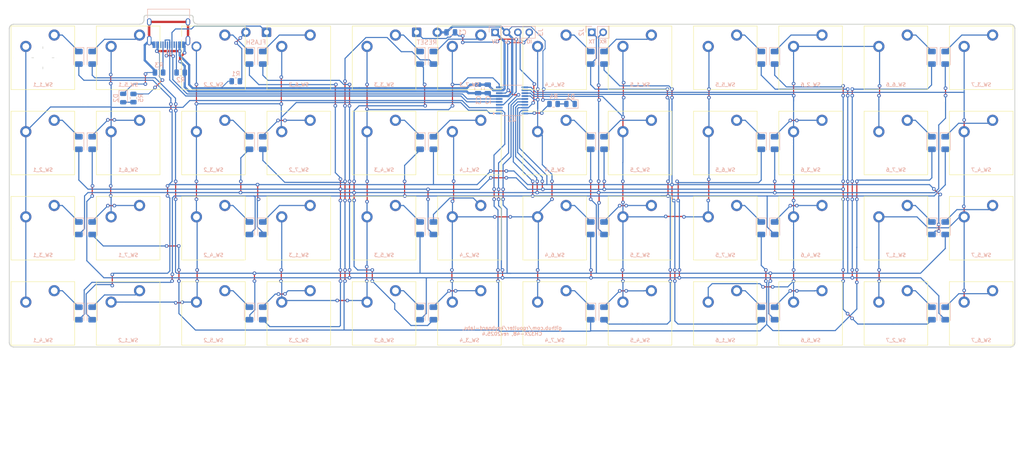
<source format=kicad_pcb>
(kicad_pcb (version 20241229) (generator "pcbnew") (generator_version "9.0")
  (title_block (title "CH32X-48") (date "2025-03-12") (rev "2025.4") (company "Richard Goulter (rgoulter)") (comment 3 "Project: https://github.com/rgoulter/keyboard-labs") (comment 4 "Simple 4x12 ortholinear keyboard using CH32X033F8P6 MCU") (comment 5 "Mounts compatible with PyKey40."))
  (layers (0 "F.Cu" signal "Front") (2 "B.Cu" signal "Back") (13 "F.Paste" user) (15 "B.Paste" user) (5 "F.SilkS" user "F.Silkscreen") (7 "B.SilkS" user "B.Silkscreen") (1 "F.Mask" user) (3 "B.Mask" user) (25 "Edge.Cuts" user))
  (net 0 "")
  (net 1 "/ROW1")
  (net 2 "/ROW3")
  (net 3 "Net-(D_1_1-K)")
  (net 4 "Net-(D_1_2-K)")
  (net 5 "Net-(D_1_3-K)")
  (net 6 "Net-(D_1_4-K)")
  (net 7 "Net-(D_1_5-K)")
  (net 8 "Net-(D_1_6-K)")
  (net 9 "Net-(D_1_7-K)")
  (net 10 "Net-(D_2_1-K)")
  (net 11 "Net-(D_2_2-K)")
  (net 12 "Net-(D_2_3-K)")
  (net 13 "Net-(D_2_4-K)")
  (net 14 "Net-(D_2_5-K)")
  (net 15 "Net-(D_2_6-K)")
  (net 16 "Net-(D_2_7-K)")
  (net 17 "Net-(D_3_1-K)")
  (net 18 "Net-(D_3_2-K)")
  (net 19 "/ROW5")
  (net 20 "Net-(D_3_3-K)")
  (net 21 "Net-(D_3_4-K)")
  (net 22 "Net-(D_3_5-K)")
  (net 23 "Net-(D_3_6-K)")
  (net 24 "Net-(D_3_7-K)")
  (net 25 "Net-(D_4_1-K)")
  (net 26 "Net-(D_4_2-K)")
  (net 27 "Net-(D_4_3-K)")
  (net 28 "Net-(D_4_4-K)")
  (net 29 "Net-(D_4_5-K)")
  (net 30 "Net-(D_4_6-K)")
  (net 31 "Net-(D_4_7-K)")
  (net 32 "Net-(D_5_1-K)")
  (net 33 "Net-(D_5_2-K)")
  (net 34 "Net-(D_5_3-K)")
  (net 35 "Net-(D_5_4-K)")
  (net 36 "Net-(D_5_5-K)")
  (net 37 "Net-(D_5_6-K)")
  (net 38 "Net-(D_5_7-K)")
  (net 39 "Net-(D_6_1-K)")
  (net 40 "Net-(D_6_2-K)")
  (net 41 "Net-(D_6_3-K)")
  (net 42 "Net-(D_6_4-K)")
  (net 43 "/ROW7")
  (net 44 "/COL1")
  (net 45 "/COL2")
  (net 46 "/COL3")
  (net 47 "/COL4")
  (net 48 "/COL5")
  (net 49 "Net-(D_6_5-K)")
  (net 50 "Net-(D_6_6-K)")
  (net 51 "Net-(D_6_7-K)")
  (net 52 "Net-(D_7_1-K)")
  (net 53 "Net-(D_7_2-K)")
  (net 54 "/COL6")
  (net 55 "/COL7")
  (net 56 "/GND")
  (net 57 "Net-(J1-CC1)")
  (net 58 "/DOWNLOAD")
  (net 59 "/DM")
  (net 60 "Net-(J1-CC2)")
  (net 61 "Net-(D_7_3-K)")
  (net 62 "Net-(D_7_4-K)")
  (net 63 "Net-(D_7_5-K)")
  (net 64 "Net-(D_7_6-K)")
  (net 65 "/RESET")
  (net 66 "Net-(D1-A)")
  (net 67 "Net-(SW2-B)")
  (net 70 "Net-(D2-A)")
  (net 71 "/DIO")
  (net 72 "/VDD")
  (net 73 "/DCK")
  (net 74 "/LED")
  (net 75 "/ROW4")
  (footprint "ProjectLocal:SW_Cherry_MX_PCB_1.00u_BSilkRef" (layer "F.Cu") (at 57.5 57.5)
    (property "Reference" "SW_1_1")
    (property "Value" "MX-compatible")
  )
  (footprint "ProjectLocal:SW_Cherry_MX_PCB_1.00u_BSilkRef" (layer "F.Cu") (at 76.55 114.65)
    (property "Reference" "SW_1_2")
    (property "Value" "MX-compatible")
  )
  (footprint "ProjectLocal:SW_Cherry_MX_PCB_1.00u_BSilkRef" (layer "F.Cu") (at 114.65 95.6)
    (property "Reference" "SW_1_3")
    (property "Value" "MX-compatible")
  )
  (footprint "ProjectLocal:SW_Cherry_MX_PCB_1.00u_BSilkRef" (layer "F.Cu") (at 190.85 57.5)
    (property "Reference" "SW_1_5")
    (property "Value" "MX-compatible")
  )
  (footprint "ProjectLocal:SW_Cherry_MX_PCB_1.00u_BSilkRef" (layer "F.Cu") (at 57.5 76.55)
    (property "Reference" "SW_2_1")
    (property "Value" "MX-compatible")
  )
  (footprint "ProjectLocal:SW_Cherry_MX_PCB_1.00u_BSilkRef" (layer "F.Cu") (at 95.6 57.5)
    (property "Reference" "SW_2_2")
    (property "Value" "MX-compatible")
  )
  (footprint "ProjectLocal:SW_Cherry_MX_PCB_1.00u_BSilkRef" (layer "F.Cu") (at 114.65 114.65)
    (property "Reference" "SW_2_3")
    (property "Value" "MX-compatible")
  )
  (footprint "ProjectLocal:SW_Cherry_MX_PCB_1.00u_BSilkRef" (layer "F.Cu") (at 152.75 95.6)
    (property "Reference" "SW_2_4")
    (property "Value" "MX-compatible")
  )
  (footprint "ProjectLocal:SW_Cherry_MX_PCB_1.00u_BSilkRef" (layer "F.Cu") (at 190.85 76.55)
    (property "Reference" "SW_2_5")
    (property "Value" "MX-compatible")
  )
  (footprint "ProjectLocal:SW_Cherry_MX_PCB_1.00u_BSilkRef" (layer "F.Cu") (at 57.5 95.6)
    (property "Reference" "SW_3_1")
    (property "Value" "MX-compatible")
  )
  (footprint "ProjectLocal:SW_Cherry_MX_PCB_1.00u_BSilkRef" (layer "F.Cu") (at 95.6 76.55)
    (property "Reference" "SW_3_2")
    (property "Value" "MX-compatible")
  )
  (footprint "ProjectLocal:SW_Cherry_MX_PCB_1.00u_BSilkRef" (layer "F.Cu") (at 152.75 114.65)
    (property "Reference" "SW_3_4")
    (property "Value" "MX-compatible")
  )
  (footprint "ProjectLocal:SW_Cherry_MX_PCB_1.00u_BSilkRef" (layer "F.Cu") (at 190.85 95.6)
    (property "Reference" "SW_3_5")
    (property "Value" "MX-compatible")
  )
  (footprint "ProjectLocal:SW_Cherry_MX_PCB_1.00u_BSilkRef" (layer "F.Cu") (at 57.5 114.65)
    (property "Reference" "SW_4_1")
    (property "Value" "MX-compatible")
  )
  (footprint "ProjectLocal:SW_Cherry_MX_PCB_1.00u_BSilkRef" (layer "F.Cu") (at 95.6 95.6)
    (property "Reference" "SW_4_2")
    (property "Value" "MX-compatible")
  )
  (footprint "ProjectLocal:SW_Cherry_MX_PCB_1.00u_BSilkRef" (layer "F.Cu") (at 133.7 76.55)
    (property "Reference" "SW_4_3")
    (property "Value" "MX-compatible")
  )
  (footprint "ProjectLocal:SW_Cherry_MX_PCB_1.00u_BSilkRef" (layer "F.Cu") (at 190.85 114.65)
    (property "Reference" "SW_4_5")
    (property "Value" "MX-compatible")
  )
  (footprint "ProjectLocal:SW_Cherry_MX_PCB_1.00u_BSilkRef" (layer "F.Cu") (at 228.95 95.6)
    (property "Reference" "SW_4_6")
    (property "Value" "MX-compatible")
  )
  (footprint "MountingHole:MountingHole_2.2mm_M2_DIN965" (layer "F.Cu") (at 67.025 105.125)
    (property "Reference" "H2" (hide yes))
    (property "Value" "MountingHole")
  )
  (footprint "MountingHole:MountingHole_2.2mm_M2_DIN965" (layer "F.Cu") (at 257.525 105.125)
    (property "Reference" "H3" (hide yes))
    (property "Value" "MountingHole")
  )
  (footprint "MountingHole:MountingHole_2.2mm_M2_DIN965" (layer "F.Cu") (at 162.275 86.075)
    (property "Reference" "H5" (hide yes))
    (property "Value" "MountingHole")
  )
  (footprint "MountingHole:MountingHole_2.2mm_M2_DIN965" (layer "F.Cu") (at 257.525 67.025)
    (property "Reference" "H4" (hide yes))
    (property "Value" "MountingHole")
  )
  (footprint "MountingHole:MountingHole_2.2mm_M2_DIN965" (layer "F.Cu") (at 67.025 67.025)
    (property "Reference" "H1" (hide yes))
    (property "Value" "MountingHole")
  )
  (footprint "ProjectLocal:SW_Cherry_MX_PCB_1.00u_BSilkRef" (layer "F.Cu") (at 248 114.65)
    (property "Reference" "SW_2_7")
    (property "Value" "MX-compatible")
  )
  (footprint "ProjectLocal:SW_Cherry_MX_PCB_1.00u_BSilkRef" (layer "F.Cu") (at 133.7 114.65)
    (property "Reference" "SW_6_3")
    (property "Value" "MX-compatible")
  )
  (footprint "ProjectLocal:SW_Cherry_MX_PCB_1.00u_BSilkRef" (layer "F.Cu") (at 152.75 76.55)
    (property "Reference" "SW_1_4")
    (property "Value" "MX-compatible")
  )
  (footprint "ProjectLocal:SW_Cherry_MX_PCB_1.00u_BSilkRef" (layer "F.Cu") (at 209.9 114.65)
    (property "Reference" "SW_1_6")
    (property "Value" "MX-compatible")
  )
  (footprint "ProjectLocal:SW_Cherry_MX_PCB_1.00u_BSilkRef" (layer "F.Cu") (at 209.9 95.6)
    (property "Reference" "SW_7_5")
    (property "Value" "MX-compatible")
  )
  (footprint "ProjectLocal:SW_Cherry_MX_PCB_1.00u_BSilkRef" (layer "F.Cu") (at 171.8 76.55)
    (property "Reference" "SW_5_4")
    (property "Value" "MX-compatible")
  )
  (footprint "ProjectLocal:SW_Cherry_MX_PCB_1.00u_BSilkRef" (layer "F.Cu") (at 171.8 95.6)
    (property "Reference" "SW_6_4")
    (property "Value" "MX-compatible")
  )
  (footprint "ProjectLocal:SW_Cherry_MX_PCB_1.00u_BSilkRef" (layer "F.Cu") (at 267.05 57.5)
    (property "Reference" "SW_3_7")
    (property "Value" "MX-compatible")
  )
  (footprint "ProjectLocal:SW_Cherry_MX_PCB_1.00u_BSilkRef" (layer "F.Cu") (at 114.65 57.5)
    (property "Reference" "SW_6_2")
    (property "Value" "MX-compatible")
  )
  (footprint "ProjectLocal:SW_Cherry_MX_PCB_1.00u_BSilkRef" (layer "F.Cu") (at 133.7 95.6)
    (property "Reference" "SW_5_3")
    (property "Value" "MX-compatible")
  )
  (footprint "ProjectLocal:SW_Cherry_MX_PCB_1.00u_BSilkRef" (layer "F.Cu") (at 267.05 114.65)
    (property "Reference" "SW_6_7")
    (property "Value" "MX-compatible")
  )
  (footprint "ProjectLocal:SW_Cherry_MX_PCB_1.00u_BSilkRef" (layer "F.Cu") (at 114.65 76.55)
    (property "Reference" "SW_7_2")
    (property "Value" "MX-compatible")
  )
  (footprint "ProjectLocal:SW_Cherry_MX_PCB_1.00u_BSilkRef" (layer "F.Cu") (at 171.8 57.5)
    (property "Reference" "SW_4_4")
    (property "Value" "MX-compatible")
  )
  (footprint "ProjectLocal:SW_Cherry_MX_PCB_1.00u_BSilkRef" (layer "F.Cu") (at 267.05 95.6)
    (property "Reference" "SW_5_7")
    (property "Value" "MX-compatible")
  )
  (footprint "ProjectLocal:SW_Cherry_MX_PCB_1.00u_BSilkRef" (layer "F.Cu") (at 76.55 57.5)
    (property "Reference" "SW_5_1")
    (property "Value" "MX-compatible")
  )
  (footprint "ProjectLocal:SW_Cherry_MX_PCB_1.00u_BSilkRef" (layer "F.Cu") (at 248 57.5)
    (property "Reference" "SW_6_6")
    (property "Value" "MX-compatible")
  )
  (footprint "ProjectLocal:SW_Cherry_MX_PCB_1.00u_BSilkRef" (layer "F.Cu") (at 228.95 57.5)
    (property "Reference" "SW_2_6")
    (property "Value" "MX-compatible")
  )
  (footprint "ProjectLocal:SW_Cherry_MX_PCB_1.00u_BSilkRef" (layer "F.Cu") (at 209.9 57.5)
    (property "Reference" "SW_5_5")
    (property "Value" "MX-compatible")
  )
  (footprint "ProjectLocal:SW_Cherry_MX_PCB_1.00u_BSilkRef" (layer "F.Cu") (at 76.55 95.6)
    (property "Reference" "SW_7_1")
    (property "Value" "MX-compatible")
  )
  (footprint "ProjectLocal:SW_Cherry_MX_PCB_1.00u_BSilkRef" (layer "F.Cu") (at 267.05 76.55)
    (property "Reference" "SW_4_7")
    (property "Value" "MX-compatible")
  )
  (footprint "ProjectLocal:SW_Cherry_MX_PCB_1.00u_BSilkRef" (layer "F.Cu") (at 228.95 76.55)
    (property "Reference" "SW_3_6")
    (property "Value" "MX-compatible")
  )
  (footprint "ProjectLocal:SW_Cherry_MX_PCB_1.00u_BSilkRef" (layer "F.Cu") (at 133.7 57.5)
    (property "Reference" "SW_3_3")
    (property "Value" "MX-compatible")
  )
  (footprint "ProjectLocal:SW_Cherry_MX_PCB_1.00u_BSilkRef" (layer "F.Cu") (at 248 76.55)
    (property "Reference" "SW_7_6")
    (property "Value" "MX-compatible")
  )
  (footprint "ProjectLocal:SW_Cherry_MX_PCB_1.00u_BSilkRef" (layer "F.Cu") (at 76.55 76.55)
    (property "Reference" "SW_6_1")
    (property "Value" "MX-compatible")
  )
  (footprint "ProjectLocal:SW_Cherry_MX_PCB_1.00u_BSilkRef" (layer "F.Cu") (at 95.6 114.65)
    (property "Reference" "SW_5_2")
    (property "Value" "MX-compatible")
  )
  (footprint "ProjectLocal:SW_Cherry_MX_PCB_1.00u_BSilkRef" (layer "F.Cu") (at 209.9 76.55)
    (property "Reference" "SW_6_5")
    (property "Value" "MX-compatible")
  )
  (footprint "ProjectLocal:SW_Cherry_MX_PCB_1.00u_BSilkRef" (layer "F.Cu") (at 248 95.6)
    (property "Reference" "SW_1_7")
    (property "Value" "MX-compatible")
  )
  (footprint "ProjectLocal:SW_Cherry_MX_PCB_1.00u_BSilkRef" (layer "F.Cu") (at 228.95 114.65)
    (property "Reference" "SW_5_6")
    (property "Value" "MX-compatible")
  )
  (footprint "ProjectLocal:SW_Cherry_MX_PCB_1.00u_BSilkRef" (layer "F.Cu") (at 171.8 114.65)
    (property "Reference" "SW_7_4")
    (property "Value" "MX-compatible")
  )
  (footprint "ProjectLocal:SW_Cherry_MX_PCB_1.00u_BSilkRef" (layer "F.Cu") (at 152.75 57.5)
    (property "Reference" "SW_7_3")
    (property "Value" "MX-compatible")
  )
  (footprint "Resistor_SMD:R_0805_2012Metric" (layer "B.Cu") (at 77.724 66.5 -90)
    (property "Reference" "R5")
    (property "Value" "10K")
  )
  (footprint "Diode_SMD:D_1206_3216Metric" (layer "B.Cu") (at 259.025 114.65 -90)
    (property "Reference" "D_6_7" (hide yes))
    (property "Value" "1N4148")
  )
  (footprint "Diode_SMD:D_1206_3216Metric" (layer "B.Cu") (at 144.725 114.65 -90)
    (property "Reference" "D_3_4" (hide yes))
    (property "Value" "1N4148")
  )
  (footprint "Connector_PinHeader_2.54mm:PinHeader_1x02_P2.54mm_Vertical" (layer "B.Cu") (at 180.081 51.8 -90)
    (property "Reference" "J2")
    (property "Value" "Conn_01x02")
  )
  (footprint "Diode_SMD:D_1206_3216Metric" (layer "B.Cu") (at 259.025 76.55 -90)
    (property "Reference" "D_4_7" (hide yes))
    (property "Value" "1N4148")
  )
  (footprint "Diode_SMD:D_1206_3216Metric" (layer "B.Cu") (at 106.625 114.65 -90)
    (property "Reference" "D_2_3" (hide yes))
    (property "Value" "1N4148")
  )
  (footprint "Diode_SMD:D_1206_3216Metric" (layer "B.Cu") (at 182.825 95.6 -90)
    (property "Reference" "D_3_5" (hide yes))
    (property "Value" "1N4148")
  )
  (footprint "Diode_SMD:D_1206_3216Metric" (layer "B.Cu") (at 256.025 114.65 -90)
    (property "Reference" "D_2_7" (hide yes))
    (property "Value" "1N4148")
  )
  (footprint "Diode_SMD:D_1206_3216Metric" (layer "B.Cu") (at 103.625 114.65 -90)
    (property "Reference" "D_5_2" (hide yes))
    (property "Value" "1N4148")
  )
  (footprint "Connector_Wire:SolderWire-0.5sqmm_1x02_P4.6mm_D0.9mm_OD2.1mm" (layer "B.Cu") (at 140.97 51.81)
    (property "Reference" "SW1" (hide yes))
    (property "Value" "SW_SPST")
  )
  (footprint "Diode_SMD:D_1206_3216Metric" (layer "B.Cu") (at 68.525 114.65 -90)
    (property "Reference" "D_1_2" (hide yes))
    (property "Value" "1N4148")
  )
  (footprint "Diode_SMD:D_1206_3216Metric" (layer "B.Cu") (at 217.925 57.5 -90)
    (property "Reference" "D_5_5" (hide yes))
    (property "Value" "1N4148")
  )
  (footprint "Diode_SMD:D_1206_3216Metric" (layer "B.Cu") (at 141.725 114.65 -90)
    (property "Reference" "D_6_3" (hide yes))
    (property "Value" "1N4148")
  )
  (footprint "Diode_SMD:D_1206_3216Metric" (layer "B.Cu") (at 259.025 95.6 -90)
    (property "Reference" "D_5_7" (hide yes))
    (property "Value" "1N4148")
  )
  (footprint "Diode_SMD:D_1206_3216Metric" (layer "B.Cu") (at 217.925 114.65 -90)
    (property "Reference" "D_1_6" (hide yes))
    (property "Value" "1N4148")
  )
  (footprint "Capacitor_SMD:C_0805_2012Metric" (layer "B.Cu") (at 148.59 51.816 180)
    (property "Reference" "C1")
    (property "Value" "100n")
  )
  (footprint "LED_SMD:LED_0805_2012Metric" (layer "B.Cu") (at 75.438 66.5 -90)
    (property "Reference" "D2")
    (property "Value" "LED")
  )
  (footprint "Diode_SMD:D_1206_3216Metric" (layer "B.Cu") (at 179.825 76.55 -90)
    (property "Reference" "D_5_4" (hide yes))
    (property "Value" "1N4148")
  )
  (footprint "Diode_SMD:D_1206_3216Metric" (layer "B.Cu") (at 103.625 76.55 -90)
    (property "Reference" "D_3_2" (hide yes))
    (property "Value" "1N4148")
  )
  (footprint "Diode_SMD:D_1206_3216Metric" (layer "B.Cu") (at 144.725 95.6 -90)
    (property "Reference" "D_2_4" (hide yes))
    (property "Value" "1N4148")
  )
  (footprint "Diode_SMD:D_1206_3216Metric" (layer "B.Cu") (at 259.025 57.5 -90)
    (property "Reference" "D_3_7" (hide yes))
    (property "Value" "1N4148")
  )
  (footprint "Diode_SMD:D_1206_3216Metric" (layer "B.Cu") (at 65.525 95.6 -90)
    (property "Reference" "D_3_1" (hide yes))
    (property "Value" "1N4148")
  )
  (footprint "Capacitor_SMD:C_0805_2012Metric" (layer "B.Cu") (at 154.686 64.455 -90)
    (property "Reference" "C3")
    (property "Value" "4.7uF")
  )
  (footprint "Diode_SMD:D_1206_3216Metric" (layer "B.Cu") (at 144.725 76.55 -90)
    (property "Reference" "D_1_4" (hide yes))
    (property "Value" "1N4148")
  )
  (footprint "Diode_SMD:D_1206_3216Metric" (layer "B.Cu") (at 179.825 114.65 -90)
    (property "Reference" "D_7_4" (hide yes))
    (property "Value" "1N4148")
  )
  (footprint "Package_SO:TSSOP-20_4.4x6.5mm_P0.65mm" (layer "B.Cu") (at 162.275 67.025)
    (property "Reference" "U1")
    (property "Value" "CH32X033F8P6")
  )
  (footprint "Connector_Wire:SolderWire-0.5sqmm_1x02_P4.6mm_D0.9mm_OD2.1mm" (layer "B.Cu") (at 107.442 51.8 180)
    (property "Reference" "SW2" (hide yes))
    (property "Value" "SW_SPST")
  )
  (footprint "Resistor_SMD:R_0805_2012Metric" (layer "B.Cu") (at 88.265 60.8)
    (property "Reference" "R2")
    (property "Value" "5.1k")
  )
  (footprint "Diode_SMD:D_1206_3216Metric" (layer "B.Cu") (at 220.925 76.55 -90)
    (property "Reference" "D_3_6" (hide yes))
    (property "Value" "1N4148")
  )
  (footprint "Diode_SMD:D_1206_3216Metric" (layer "B.Cu") (at 182.825 114.65 -90)
    (property "Reference" "D_4_5" (hide yes))
    (property "Value" "1N4148")
  )
  (footprint "Diode_SMD:D_1206_3216Metric" (layer "B.Cu") (at 179.825 95.6 -90)
    (property "Reference" "D_6_4" (hide yes))
    (property "Value" "1N4148")
  )
  (footprint "Diode_SMD:D_1206_3216Metric" (layer "B.Cu") (at 141.725 57.5 -90)
    (property "Reference" "D_3_3" (hide yes))
    (property "Value" "1N4148")
  )
  (footprint "Diode_SMD:D_1206_3216Metric" (layer "B.Cu") (at 256.025 57.5 -90)
    (property "Reference" "D_6_6" (hide yes))
    (property "Value" "1N4148")
  )
  (footprint "Resistor_SMD:R_0805_2012Metric" (layer "B.Cu") (at 100.584 62.738 180)
    (property "Reference" "R1")
    (property "Value" "10K")
  )
  (footprint "Diode_SMD:D_1206_3216Metric" (layer "B.Cu") (at 179.825 57.5 -90)
    (property "Reference" "D_4_4" (hide yes))
    (property "Value" "1N4148")
  )
  (footprint "Diode_SMD:D_1206_3216Metric" (layer "B.Cu") (at 182.825 76.55 -90)
    (property "Reference" "D_2_5" (hide yes))
    (property "Value" "1N4148")
  )
  (footprint "Diode_SMD:D_1206_3216Metric" (layer "B.Cu") (at 68.525 95.6 -90)
    (property "Reference" "D_7_1" (hide yes))
    (property "Value" "1N4148")
  )
  (footprint "Diode_SMD:D_1206_3216Metric" (layer "B.Cu") (at 103.625 95.6 -90)
    (property "Reference" "D_4_2" (hide yes))
    (property "Value" "1N4148")
  )
  (footprint "Diode_SMD:D_1206_3216Metric" (layer "B.Cu") (at 106.625 95.6 -90)
    (property "Reference" "D_1_3" (hide yes))
    (property "Value" "1N4148")
  )
  (footprint "Diode_SMD:D_1206_3216Metric" (layer "B.Cu") (at 65.525 114.65 -90)
    (property "Reference" "D_4_1" (hide yes))
    (property "Value" "1N4148")
  )
  (footprint "Diode_SMD:D_1206_3216Metric" (layer "B.Cu") (at 144.725 57.5 -90)
    (property "Reference" "D_7_3" (hide yes))
    (property "Value" "1N4148")
  )
  (footprint "Diode_SMD:D_1206_3216Metric" (layer "B.Cu") (at 217.925 95.6 -90)
    (property "Reference" "D_7_5" (hide yes))
    (property "Value" "1N4148")
  )
  (footprint "Diode_SMD:D_1206_3216Metric" (layer "B.Cu") (at 68.525 57.5 -90)
    (property "Reference" "D_5_1" (hide yes))
    (property "Value" "1N4148")
  )
  (footprint "Diode_SMD:D_1206_3216Metric" (layer "B.Cu") (at 217.925 76.55 -90)
    (property "Reference" "D_6_5" (hide yes))
    (property "Value" "1N4148")
  )
  (footprint "Diode_SMD:D_1206_3216Metric" (layer "B.Cu") (at 256.025 76.55 -90)
    (property "Reference" "D_7_6" (hide yes))
    (property "Value" "1N4148")
  )
  (footprint "Diode_SMD:D_1206_3216Metric" (layer "B.Cu") (at 68.525 76.55 -90)
    (property "Reference" "D_6_1" (hide yes))
    (property "Value" "1N4148")
  )
  (footprint "Capacitor_SMD:C_0805_2012Metric" (layer "B.Cu") (at 156.845 64.455 -90)
    (property "Reference" "C2")
    (property "Value" "100n")
  )
  (footprint "Resistor_SMD:R_0805_2012Metric" (layer "B.Cu") (at 171.5535 67.818)
    (property "Reference" "R4")
    (property "Value" "10K")
  )
  (footprint "Connector_USB:USB_C_Receptacle_HRO_TYPE-C-31-M-12" (layer "B.Cu") (at 85.575 50.52925)
    (property "Reference" "J1")
    (property "Value" "USB_C_Receptacle_USB2.0")
  )
  (footprint "Resistor_SMD:R_0805_2012Metric" (layer "B.Cu") (at 83.439 60.8 180)
    (property "Reference" "R3")
    (property "Value" "5.1k")
  )
  (footprint "Diode_SMD:D_1206_3216Metric" (layer "B.Cu") (at 182.825 57.5 -90)
    (property "Reference" "D_1_5" (hide yes))
    (property "Value" "1N4148")
  )
  (footprint "Diode_SMD:D_1206_3216Metric" (layer "B.Cu") (at 106.625 76.55 -90)
    (property "Reference" "D_7_2" (hide yes))
    (property "Value" "1N4148")
  )
  (footprint "Diode_SMD:D_1206_3216Metric" (layer "B.Cu") (at 220.925 114.65 -90)
    (property "Reference" "D_5_6" (hide yes))
    (property "Value" "1N4148")
  )
  (footprint "Diode_SMD:D_1206_3216Metric" (layer "B.Cu") (at 65.525 57.5 -90)
    (property "Reference" "D_1_1" (hide yes))
    (property "Value" "1N4148")
  )
  (footprint "Diode_SMD:D_1206_3216Metric" (layer "B.Cu") (at 141.725 76.55 -90)
    (property "Reference" "D_4_3" (hide yes))
    (property "Value" "1N4148")
  )
  (footprint "Diode_SMD:D_1206_3216Metric" (layer "B.Cu") (at 65.525 76.55 -90)
    (property "Reference" "D_2_1" (hide yes))
    (property "Value" "1N4148")
  )
  (footprint "Diode_SMD:D_1206_3216Metric" (layer "B.Cu") (at 106.625 57.5 -90)
    (property "Reference" "D_6_2" (hide yes))
    (property "Value" "1N4148")
  )
  (footprint "Diode_SMD:D_1206_3216Metric" (layer "B.Cu") (at 141.725 95.6 -90)
    (property "Reference" "D_5_3" (hide yes))
    (property "Value" "1N4148")
  )
  (footprint "Diode_SMD:D_1206_3216Metric" (layer "B.Cu") (at 256.025 95.6 -90)
    (property "Reference" "D_1_7" (hide yes))
    (property "Value" "1N4148")
  )
  (footprint "Diode_SMD:D_1206_3216Metric" (layer "B.Cu") (at 220.925 95.6 -90)
    (property "Reference" "D_4_6" (hide yes))
    (property "Value" "1N4148")
  )
  (footprint "Connector_PinHeader_2.54mm:PinHeader_1x04_P2.54mm_Vertical" (layer "B.Cu") (at 158.496 51.8 -90)
    (property "Reference" "J3")
    (property "Value" "Conn_01x04")
  )
  (footprint "LED_SMD:LED_0805_2012Metric" (layer "B.Cu") (at 175.3385 67.818 180)
    (property "Reference" "D1")
    (property "Value" "LED")
  )
  (footprint "Diode_SMD:D_1206_3216Metric" (layer "B.Cu") (at 220.925 57.5 -90)
    (property "Reference" "D_2_6" (hide yes))
    (property "Value" "1N4148")
  )
  (footprint "Diode_SMD:D_1206_3216Metric" (layer "B.Cu") (at 103.625 57.5 -90)
    (property "Reference" "D_2_2" (hide yes))
    (property "Value" "1N4148")
  )
  (gr_line (start 90.575 48) (end 80.575 48) (stroke (width 0.2)) (layer "Edge.Cuts"))
  (gr_line (start 50.690979 122.1011) (end 50.792084 122.1281) (stroke (width 0.2)) (layer "Edge.Cuts"))
  (gr_line (start 79.8181 49.669128) (end 79.7441 49.743134) (stroke (width 0.2)) (layer "Edge.Cuts"))
  (gr_line (start 80.1705 48.2061) (end 80.142 48.25) (stroke (width 0.2)) (layer "Edge.Cuts"))
  (gr_line (start 273.655 50.005478) (end 273.55 50) (stroke (width 0.2)) (layer "Edge.Cuts"))
  (gr_line (start 50.330856 50.256851) (end 50.256851 50.330856) (stroke (width 0.2)) (layer "Edge.Cuts"))
  (gr_line (start 90.7295 48.02446) (end 90.679 48.01093) (stroke (width 0.2)) (layer "Edge.Cuts"))
  (gr_line (start 51 50) (end 50.895462 50.005478) (stroke (width 0.2)) (layer "Edge.Cuts"))
  (gr_line (start 50 121.15) (end 50.005478 121.2545) (stroke (width 0.2)) (layer "Edge.Cuts"))
  (gr_line (start 273.55 122.15) (end 273.655 122.1445) (stroke (width 0.2)) (layer "Edge.Cuts"))
  (gr_line (start 91.6683 49.913544) (end 91.575 49.866013) (stroke (width 0.2)) (layer "Edge.Cuts"))
  (gr_line (start 274.138 121.959) (end 274.219 121.8931) (stroke (width 0.2)) (layer "Edge.Cuts"))
  (gr_line (start 90.6273 48.00273) (end 90.575 48) (stroke (width 0.2)) (layer "Edge.Cuts"))
  (gr_line (start 274.359 121.7378) (end 274.416 121.65) (stroke (width 0.2)) (layer "Edge.Cuts"))
  (gr_line (start 91.075 48.5) (end 91.0723 48.44772) (stroke (width 0.2)) (layer "Edge.Cuts"))
  (gr_line (start 274.55 51) (end 274.545 50.895462) (stroke (width 0.2)) (layer "Edge.Cuts"))
  (gr_line (start 274.05 50.133972) (end 273.957 50.086441) (stroke (width 0.2)) (layer "Edge.Cuts"))
  (gr_line (start 91.575 49.866013) (end 91.4872 49.809006) (stroke (width 0.2)) (layer "Edge.Cuts"))
  (gr_line (start 50.593262 122.0636) (end 50.690979 122.1011) (stroke (width 0.2)) (layer "Edge.Cuts"))
  (gr_line (start 273.957 50.086441) (end 273.859 50.048935) (stroke (width 0.2)) (layer "Edge.Cuts"))
  (gr_line (start 90.7784 48.04321) (end 90.7295 48.02446) (stroke (width 0.2)) (layer "Edge.Cuts"))
  (gr_line (start 274.55 121.15) (end 274.55 51) (stroke (width 0.2)) (layer "Edge.Cuts"))
  (gr_line (start 92.075 50) (end 91.9705 49.994507) (stroke (width 0.2)) (layer "Edge.Cuts"))
  (gr_line (start 80.0859 48.39604) (end 80.0777 48.44772) (stroke (width 0.2)) (layer "Edge.Cuts"))
  (gr_line (start 50.021851 121.3579) (end 50.048935 121.459) (stroke (width 0.2)) (layer "Edge.Cuts"))
  (gr_line (start 80.3716 48.04321) (end 80.325 48.06699) (stroke (width 0.2)) (layer "Edge.Cuts"))
  (gr_line (start 50.256851 50.330856) (end 50.190979 50.412201) (stroke (width 0.2)) (layer "Edge.Cuts"))
  (gr_line (start 50.190979 50.412201) (end 50.133972 50.5) (stroke (width 0.2)) (layer "Edge.Cuts"))
  (gr_line (start 80.0531 49.207901) (end 80.026 49.309006) (stroke (width 0.2)) (layer "Edge.Cuts"))
  (gr_line (start 91.8671 49.978134) (end 91.766 49.95105) (stroke (width 0.2)) (layer "Edge.Cuts"))
  (gr_line (start 90.9466 48.16542) (end 90.9096 48.12842) (stroke (width 0.2)) (layer "Edge.Cuts"))
  (gr_line (start 90.679 48.01093) (end 90.6273 48.00273) (stroke (width 0.2)) (layer "Edge.Cuts"))
  (gr_line (start 91.766 49.95105) (end 91.6683 49.913544) (stroke (width 0.2)) (layer "Edge.Cuts"))
  (gr_line (start 91.0505 48.34549) (end 91.0318 48.29663) (stroke (width 0.2)) (layer "Edge.Cuts"))
  (gr_line (start 274.464 121.5567) (end 274.501 121.459) (stroke (width 0.2)) (layer "Edge.Cuts"))
  (gr_line (start 274.219 121.8931) (end 274.293 121.8191) (stroke (width 0.2)) (layer "Edge.Cuts"))
  (gr_line (start 90.9096 48.12842) (end 90.8689 48.09549) (stroke (width 0.2)) (layer "Edge.Cuts"))
  (gr_line (start 274.501 50.690979) (end 274.464 50.593262) (stroke (width 0.2)) (layer "Edge.Cuts"))
  (gr_line (start 91.4059 49.743134) (end 91.3318 49.669128) (stroke (width 0.2)) (layer "Edge.Cuts"))
  (gr_line (start 79.075 50) (end 51 50) (stroke (width 0.2)) (layer "Edge.Cuts"))
  (gr_line (start 80.471 48.01093) (end 80.4205 48.02446) (stroke (width 0.2)) (layer "Edge.Cuts"))
  (gr_line (start 79.941 49.5) (end 79.884 49.587784) (stroke (width 0.2)) (layer "Edge.Cuts"))
  (gr_line (start 50.5 50.133972) (end 50.412201 50.190979) (stroke (width 0.2)) (layer "Edge.Cuts"))
  (gr_line (start 274.359 50.412201) (end 274.293 50.330856) (stroke (width 0.2)) (layer "Edge.Cuts"))
  (gr_line (start 80.0995 48.34549) (end 80.0859 48.39604) (stroke (width 0.2)) (layer "Edge.Cuts"))
  (gr_line (start 50.021851 50.792084) (end 50.005478 50.895462) (stroke (width 0.2)) (layer "Edge.Cuts"))
  (gr_line (start 91.4872 49.809006) (end 91.4059 49.743134) (stroke (width 0.2)) (layer "Edge.Cuts"))
  (gr_line (start 274.528 50.792084) (end 274.501 50.690979) (stroke (width 0.2)) (layer "Edge.Cuts"))
  (gr_line (start 274.416 121.65) (end 274.464 121.5567) (stroke (width 0.2)) (layer "Edge.Cuts"))
  (gr_line (start 50.133972 50.5) (end 50.086441 50.593262) (stroke (width 0.2)) (layer "Edge.Cuts"))
  (gr_line (start 51 122.15) (end 273.55 122.15) (stroke (width 0.2)) (layer "Edge.Cuts"))
  (gr_line (start 50.048935 121.459) (end 50.086441 121.5567) (stroke (width 0.2)) (layer "Edge.Cuts"))
  (gr_line (start 273.859 122.1011) (end 273.957 122.0636) (stroke (width 0.2)) (layer "Edge.Cuts"))
  (gr_line (start 91.209 49.5) (end 91.1614 49.406723) (stroke (width 0.2)) (layer "Edge.Cuts"))
  (gr_line (start 90.825 48.06699) (end 90.7784 48.04321) (stroke (width 0.2)) (layer "Edge.Cuts"))
  (gr_line (start 273.859 50.048935) (end 273.758 50.021851) (stroke (width 0.2)) (layer "Edge.Cuts"))
  (gr_line (start 50 51) (end 50 121.15) (stroke (width 0.2)) (layer "Edge.Cuts"))
  (gr_line (start 50.895462 50.005478) (end 50.792084 50.021851) (stroke (width 0.2)) (layer "Edge.Cuts"))
  (gr_line (start 80.075 48.5) (end 80.075 49) (stroke (width 0.2)) (layer "Edge.Cuts"))
  (gr_line (start 80.142 48.25) (end 80.1182 48.29663) (stroke (width 0.2)) (layer "Edge.Cuts"))
  (gr_line (start 50.256851 121.8191) (end 50.330856 121.8931) (stroke (width 0.2)) (layer "Edge.Cuts"))
  (gr_line (start 79.2829 49.978134) (end 79.1795 49.994507) (stroke (width 0.2)) (layer "Edge.Cuts"))
  (gr_line (start 91.0968 49.207901) (end 91.0805 49.104523) (stroke (width 0.2)) (layer "Edge.Cuts"))
  (gr_line (start 50.086441 121.5567) (end 50.133972 121.65) (stroke (width 0.2)) (layer "Edge.Cuts"))
  (gr_line (start 50.330856 121.8931) (end 50.412201 121.959) (stroke (width 0.2)) (layer "Edge.Cuts"))
  (gr_line (start 80.325 48.06699) (end 80.2811 48.09549) (stroke (width 0.2)) (layer "Edge.Cuts"))
  (gr_line (start 50.048935 50.690979) (end 50.021851 50.792084) (stroke (width 0.2)) (layer "Edge.Cuts"))
  (gr_line (start 50.086441 50.593262) (end 50.048935 50.690979) (stroke (width 0.2)) (layer "Edge.Cuts"))
  (gr_line (start 274.219 50.256851) (end 274.138 50.190979) (stroke (width 0.2)) (layer "Edge.Cuts"))
  (gr_line (start 80.075 49) (end 80.0695 49.104523) (stroke (width 0.2)) (layer "Edge.Cuts"))
  (gr_line (start 50.895462 122.1445) (end 51 122.15) (stroke (width 0.2)) (layer "Edge.Cuts"))
  (gr_line (start 274.545 50.895462) (end 274.528 50.792084) (stroke (width 0.2)) (layer "Edge.Cuts"))
  (gr_line (start 90.8689 48.09549) (end 90.825 48.06699) (stroke (width 0.2)) (layer "Edge.Cuts"))
  (gr_line (start 79.7441 49.743134) (end 79.6628 49.809006) (stroke (width 0.2)) (layer "Edge.Cuts"))
  (gr_line (start 50.5 122.016) (end 50.593262 122.0636) (stroke (width 0.2)) (layer "Edge.Cuts"))
  (gr_line (start 79.884 49.587784) (end 79.8181 49.669128) (stroke (width 0.2)) (layer "Edge.Cuts"))
  (gr_line (start 80.2811 48.09549) (end 80.2404 48.12842) (stroke (width 0.2)) (layer "Edge.Cuts"))
  (gr_line (start 91.0318 48.29663) (end 91.008 48.25) (stroke (width 0.2)) (layer "Edge.Cuts"))
  (gr_line (start 80.0695 49.104523) (end 80.0531 49.207901) (stroke (width 0.2)) (layer "Edge.Cuts"))
  (gr_line (start 91.008 48.25) (end 90.9795 48.2061) (stroke (width 0.2)) (layer "Edge.Cuts"))
  (gr_line (start 274.545 121.2545) (end 274.55 121.15) (stroke (width 0.2)) (layer "Edge.Cuts"))
  (gr_line (start 80.026 49.309006) (end 79.9885 49.406723) (stroke (width 0.2)) (layer "Edge.Cuts"))
  (gr_line (start 50.792084 50.021851) (end 50.690979 50.048935) (stroke (width 0.2)) (layer "Edge.Cuts"))
  (gr_line (start 50.133972 121.65) (end 50.190979 121.7378) (stroke (width 0.2)) (layer "Edge.Cuts"))
  (gr_line (start 80.2404 48.12842) (end 80.2034 48.16542) (stroke (width 0.2)) (layer "Edge.Cuts"))
  (gr_line (start 91.9705 49.994507) (end 91.8671 49.978134) (stroke (width 0.2)) (layer "Edge.Cuts"))
  (gr_line (start 79.384 49.95105) (end 79.2829 49.978134) (stroke (width 0.2)) (layer "Edge.Cuts"))
  (gr_line (start 91.266 49.587784) (end 91.209 49.5) (stroke (width 0.2)) (layer "Edge.Cuts"))
  (gr_line (start 274.138 50.190979) (end 274.05 50.133972) (stroke (width 0.2)) (layer "Edge.Cuts"))
  (gr_line (start 79.1795 49.994507) (end 79.075 50) (stroke (width 0.2)) (layer "Edge.Cuts"))
  (gr_line (start 274.416 50.5) (end 274.359 50.412201) (stroke (width 0.2)) (layer "Edge.Cuts"))
  (gr_line (start 50.690979 50.048935) (end 50.593262 50.086441) (stroke (width 0.2)) (layer "Edge.Cuts"))
  (gr_line (start 50.412201 50.190979) (end 50.330856 50.256851) (stroke (width 0.2)) (layer "Edge.Cuts"))
  (gr_line (start 91.3318 49.669128) (end 91.266 49.587784) (stroke (width 0.2)) (layer "Edge.Cuts"))
  (gr_line (start 91.075 49) (end 91.075 48.5) (stroke (width 0.2)) (layer "Edge.Cuts"))
  (gr_line (start 91.1239 49.309006) (end 91.0968 49.207901) (stroke (width 0.2)) (layer "Edge.Cuts"))
  (gr_line (start 79.6628 49.809006) (end 79.575 49.866013) (stroke (width 0.2)) (layer "Edge.Cuts"))
  (gr_line (start 80.0777 48.44772) (end 80.075 48.5) (stroke (width 0.2)) (layer "Edge.Cuts"))
  (gr_line (start 274.05 122.016) (end 274.138 121.959) (stroke (width 0.2)) (layer "Edge.Cuts"))
  (gr_line (start 91.0805 49.104523) (end 91.075 49) (stroke (width 0.2)) (layer "Edge.Cuts"))
  (gr_line (start 273.758 50.021851) (end 273.655 50.005478) (stroke (width 0.2)) (layer "Edge.Cuts"))
  (gr_line (start 274.293 121.8191) (end 274.359 121.7378) (stroke (width 0.2)) (layer "Edge.Cuts"))
  (gr_line (start 273.655 122.1445) (end 273.758 122.1281) (stroke (width 0.2)) (layer "Edge.Cuts"))
  (gr_line (start 50.593262 50.086441) (end 50.5 50.133972) (stroke (width 0.2)) (layer "Edge.Cuts"))
  (gr_line (start 91.0641 48.39604) (end 91.0505 48.34549) (stroke (width 0.2)) (layer "Edge.Cuts"))
  (gr_line (start 90.9795 48.2061) (end 90.9466 48.16542) (stroke (width 0.2)) (layer "Edge.Cuts"))
  (gr_line (start 274.501 121.459) (end 274.528 121.3579) (stroke (width 0.2)) (layer "Edge.Cuts"))
  (gr_line (start 80.5227 48.00273) (end 80.471 48.01093) (stroke (width 0.2)) (layer "Edge.Cuts"))
  (gr_line (start 274.464 50.593262) (end 274.416 50.5) (stroke (width 0.2)) (layer "Edge.Cuts"))
  (gr_line (start 79.9885 49.406723) (end 79.941 49.5) (stroke (width 0.2)) (layer "Edge.Cuts"))
  (gr_line (start 273.758 122.1281) (end 273.859 122.1011) (stroke (width 0.2)) (layer "Edge.Cuts"))
  (gr_line (start 50.412201 121.959) (end 50.5 122.016) (stroke (width 0.2)) (layer "Edge.Cuts"))
  (gr_line (start 274.293 50.330856) (end 274.219 50.256851) (stroke (width 0.2)) (layer "Edge.Cuts"))
  (gr_line (start 50.005478 121.2545) (end 50.021851 121.3579) (stroke (width 0.2)) (layer "Edge.Cuts"))
  (gr_line (start 273.55 50) (end 92.075 50) (stroke (width 0.2)) (layer "Edge.Cuts"))
  (gr_line (start 50.792084 122.1281) (end 50.895462 122.1445) (stroke (width 0.2)) (layer "Edge.Cuts"))
  (gr_line (start 79.575 49.866013) (end 79.4817 49.913544) (stroke (width 0.2)) (layer "Edge.Cuts"))
  (gr_line (start 50.005478 50.895462) (end 50 51) (stroke (width 0.2)) (layer "Edge.Cuts"))
  (gr_line (start 80.2034 48.16542) (end 80.1705 48.2061) (stroke (width 0.2)) (layer "Edge.Cuts"))
  (gr_line (start 80.1182 48.29663) (end 80.0995 48.34549) (stroke (width 0.2)) (layer "Edge.Cuts"))
  (gr_line (start 273.957 122.0636) (end 274.05 122.016) (stroke (width 0.2)) (layer "Edge.Cuts"))
  (gr_line (start 91.1614 49.406723) (end 91.1239 49.309006) (stroke (width 0.2)) (layer "Edge.Cuts"))
  (gr_line (start 79.4817 49.913544) (end 79.384 49.95105) (stroke (width 0.2)) (layer "Edge.Cuts"))
  (gr_line (start 80.575 48) (end 80.5227 48.00273) (stroke (width 0.2)) (layer "Edge.Cuts"))
  (gr_line (start 91.0723 48.44772) (end 91.0641 48.39604) (stroke (width 0.2)) (layer "Edge.Cuts"))
  (gr_line (start 80.4205 48.02446) (end 80.3716 48.04321) (stroke (width 0.2)) (layer "Edge.Cuts"))
  (gr_line (start 274.528 121.3579) (end 274.545 121.2545) (stroke (width 0.2)) (layer "Edge.Cuts"))
  (gr_line (start 50.190979 121.7378) (end 50.256851 121.8191) (stroke (width 0.2)) (layer "Edge.Cuts"))
  (gr_text "github.com/rgoulter/keyboard-labs,\n${TITLE}, rev${REVISION}" (at 162.275 118.5672 0) (layer "B.SilkS") (effects (font (size 0.8 0.8) (thickness 0.16)) (justify mirror)))
  (gr_text "RX" (at 182.626 54.356 0) (layer "B.SilkS") (effects (font (size 0.8 0.8) (thickness 0.16) (bold yes)) (justify bottom mirror)))
  (gr_text "5V" (at 158.496 54.356 0) (layer "B.SilkS") (effects (font (size 0.8 0.8) (thickness 0.16) (bold yes)) (justify bottom mirror)))
  (gr_text "CLK" (at 163.576 54.356 0) (layer "B.SilkS") (effects (font (size 0.8 0.8) (thickness 0.16) (bold yes)) (justify bottom mirror)))
  (gr_text "IO" (at 166.116 54.356 0) (layer "B.SilkS") (effects (font (size 0.8 0.8) (thickness 0.16) (bold yes)) (justify bottom mirror)))
  (gr_text "RESET" (at 143.256 54.61 0) (layer "B.SilkS") (effects (font (size 1 1)) (justify bottom mirror)))
  (gr_text "G" (at 161.036 54.356 0) (layer "B.SilkS") (effects (font (size 0.8 0.8) (thickness 0.16) (bold yes)) (justify bottom mirror)))
  (gr_text "TX" (at 180.086 54.356 0) (layer "B.SilkS") (effects (font (size 0.8 0.8) (thickness 0.16) (bold yes)) (justify bottom mirror)))
  (gr_text "FLASH" (at 107.442 54.61 0) (layer "B.SilkS") (effects (font (size 1 1)) (justify left bottom mirror)))
  (target plus (at 57.5 57.5) (size 5) (width 0.09906) (layer "Edge.Cuts"))
  (target plus (at 57.5 57.5) (size 5) (width 0.09906) (layer "Edge.Cuts"))
  (segment (start 257.699106 88.047344) (end 256.461383 86.809621) (width 0.25) (layer "F.Cu") (net 1))
  (segment (start 198.628 107.4045) (end 198.628 104.9395) (width 0.25) (layer "F.Cu") (net 1))
  (segment (start 197.993 89.027) (end 198.374 89.408) (width 0.25) (layer "F.Cu") (net 1))
  (segment (start 86.08295 69.3045) (end 86.08295 67.8555) (width 0.25) (layer "F.Cu") (net 1))
  (segment (start 197.993 85.852) (end 197.993 89.027) (width 0.25) (layer "F.Cu") (net 1))
  (segment (start 257.909254 88.047344) (end 257.699106 88.047344) (width 0.25) (layer "F.Cu") (net 1))
  (segment (start 85.344 86.1435) (end 85.344 88.3545) (width 0.25) (layer "F.Cu") (net 1))
  (segment (start 105.664 89.1165) (end 105.4745 88.927) (width 0.25) (layer "F.Cu") (net 1))
  (segment (start 72.9996 105.9555) (end 72.9996 108.4205) (width 0.25) (layer "F.Cu") (net 1))
  (segment (start 197.993 64.5005) (end 197.993 66.3995) (width 0.25) (layer "F.Cu") (net 1))
  (segment (start 257.57585 94.79935) (end 257.556 94.7795) (width 0.25) (layer "F.Cu") (net 1))
  (segment (start 257.57585 96.2285) (end 257.57585 94.79935) (width 0.25) (layer "F.Cu") (net 1))
  (segment (start 105.4745 85.8911) (end 105.4354 85.852) (width 0.25) (layer "F.Cu") (net 1))
  (segment (start 157.5175 82.804) (end 160.9985 82.804) (width 0.25) (layer "F.Cu") (net 1))
  (segment (start 105.4745 88.927) (end 105.4745 85.8911) (width 0.25) (layer "F.Cu") (net 1))
  (via (at 85.344 86.1435) (size 0.8) (drill 0.4) (layers "F.Cu" "B.Cu") (net 1))
  (via (at 157.5175 82.804) (size 0.8) (drill 0.4) (layers "F.Cu" "B.Cu") (net 1))
  (via (at 257.909254 88.047344) (size 0.8) (drill 0.4) (layers "F.Cu" "B.Cu") (net 1))
  (via (at 197.993 85.852) (size 0.8) (drill 0.4) (layers "F.Cu" "B.Cu") (net 1))
  (via (at 257.57585 96.2285) (size 0.8) (drill 0.4) (layers "F.Cu" "B.Cu") (net 1))
  (via (at 257.556 94.7795) (size 0.8) (drill 0.4) (layers "F.Cu" "B.Cu") (net 1))
  (via (at 198.374 89.408) (size 0.8) (drill 0.4) (layers "F.Cu" "B.Cu") (net 1))
  (via (at 86.08295 69.3045) (size 0.8) (drill 0.4) (layers "F.Cu" "B.Cu") (net 1))
  (via (at 86.08295 67.8555) (size 0.8) (drill 0.4) (layers "F.Cu" "B.Cu") (net 1))
  (via (at 72.9996 108.4205) (size 0.8) (drill 0.4) (layers "F.Cu" "B.Cu") (net 1))
  (via (at 105.4354 85.852) (size 0.8) (drill 0.4) (layers "F.Cu" "B.Cu") (net 1))
  (via (at 160.9985 82.804) (size 0.8) (drill 0.4) (layers "F.Cu" "B.Cu") (net 1))
  (via (at 72.9996 105.9555) (size 0.8) (drill 0.4) (layers "F.Cu" "B.Cu") (net 1))
  (via (at 85.344 88.3545) (size 0.8) (drill 0.4) (layers "F.Cu" "B.Cu") (net 1))
  (via (at 197.993 66.3995) (size 0.8) (drill 0.4) (layers "F.Cu" "B.Cu") (net 1))
  (via (at 198.628 104.9395) (size 0.8) (drill 0.4) (layers "F.Cu" "B.Cu") (net 1))
  (via (at 197.993 64.5005) (size 0.8) (drill 0.4) (layers "F.Cu" "B.Cu") (net 1))
  (via (at 105.664 89.1165) (size 0.8) (drill 0.4) (layers "F.Cu" "B.Cu") (net 1))
  (via (at 256.461383 86.809621) (size 0.8) (drill 0.4) (layers "F.Cu" "B.Cu") (net 1))
  (via (at 198.628 107.4045) (size 0.8) (drill 0.4) (layers "F.Cu" "B.Cu") (net 1))
  (segment (start 67.183 114.708) (end 68.525 116.05) (width 0.25) (layer "B.Cu") (net 1))
  (segment (start 66.6495 62.5245) (end 65.525 61.4) (width 0.25) (layer "B.Cu") (net 1))
  (segment (start 85.852 88.8625) (end 85.344 88.3545) (width 0.25) (layer "B.Cu") (net 1))
  (segment (start 257.556 94.7795) (end 257.556 88.400598) (width 0.25) (layer "B.Cu") (net 1))
  (segment (start 256.7965 96.2285) (end 256.025 97) (width 0.25) (layer "B.Cu") (net 1))
  (segment (start 105.4354 85.852) (end 144.78 85.852) (width 0.25) (layer "B.Cu") (net 1))
  (segment (start 199.321 117.025) (end 216.95 117.025) (width 0.25) (layer "B.Cu") (net 1))
  (segment (start 255.503762 85.852) (end 256.461383 86.809621) (width 0.25) (layer "B.Cu") (net 1))
  (segment (start 197.277305 63.7755) (end 186.3305 63.7755) (width 0.25) (layer "B.Cu") (net 1))
  (segment (start 163.968 69.712) (end 163.968 77.735) (width 0.25) (layer "B.Cu") (net 1))
  (segment (start 69.2658 108.204) (end 67.183 110.2868) (width 0.25) (layer "B.Cu") (net 1))
  (segment (start 105.4354 85.852) (end 85.6355 85.852) (width 0.25) (layer "B.Cu") (net 1))
  (segment (start 73.2911 105.664) (end 85.344 105.664) (width 0.25) (layer "B.Cu") (net 1))
  (segment (start 170.053 83.82) (end 170.053 85.852) (width 0.25) (layer "B.Cu") (net 1))
  (segment (start 198.628 89.662) (end 198.374 89.408) (width 0.25) (layer "B.Cu") (net 1))
  (segment (start 165.1375 69.3) (end 164.38 69.3) (width 0.25) (layer "B.Cu") (net 1))
  (segment (start 85.344 86.1435) (end 86.36 85.1275) (width 0.25) (layer "B.Cu") (net 1))
  (segment (start 164.38 69.3) (end 163.968 69.712) (width 0.25) (layer "B.Cu") (net 1))
  (segment (start 186.3305 63.7755) (end 182.825 60.27) (width 0.25) (layer "B.Cu") (net 1))
  (segment (start 197.993 66.3995) (end 197.993 85.852) (width 0.25) (layer "B.Cu") (net 1))
  (segment (start 105.41 89.3705) (end 105.41 95.3125) (width 0.25) (layer "B.Cu") (net 1))
  (segment (start 105.41 95.3125) (end 106.625 96.5275) (width 0.25) (layer "B.Cu") (net 1))
  (segment (start 154.4695 85.852) (end 157.5175 82.804) (width 0.25) (layer "B.Cu") (net 1))
  (segment (start 72.9996 105.9555) (end 73.2911 105.664) (width 0.25) (layer "B.Cu") (net 1))
  (segment (start 163.968 77.735) (end 170.053 83.82) (width 0.25) (layer "B.Cu") (net 1))
  (segment (start 86.08295 66.52495) (end 82.0825 62.5245) (width 0.25) (layer "B.Cu") (net 1))
  (segment (start 105.664 89.1165) (end 105.41 89.3705) (width 0.25) (layer "B.Cu") (net 1))
  (segment (start 170.053 85.852) (end 197.993 85.852) (width 0.25) (layer "B.Cu") (net 1))
  (segment (start 144.725 77.95) (end 144.725 85.797) (width 0.25) (layer "B.Cu") (net 1))
  (segment (start 85.344 105.664) (end 85.852 105.156) (width 0.25) (layer "B.Cu") (net 1))
  (segment (start 198.628 104.9395) (end 198.628 89.662) (width 0.25) (layer "B.Cu") (net 1))
  (segment (start 162.687 82.804) (end 165.735 85.852) (width 0.25) (layer "B.Cu") (net 1))
  (segment (start 197.993 85.852) (end 255.503762 85.852) (width 0.25) (layer "B.Cu") (net 1))
  (segment (start 72.7831 108.204) (end 69.2658 108.204) (width 0.25) (layer "B.Cu") (net 1))
  (segment (start 144.78 85.852) (end 154.4695 85.852) (width 0.25) (layer "B.Cu") (net 1))
  (segment (start 197.993 64.5005) (end 197.993 64.491195) (width 0.25) (layer "B.Cu") (net 1))
  (segment (start 160.9985 82.804) (end 162.687 82.804) (width 0.25) (layer "B.Cu") (net 1))
  (segment (start 67.183 110.2868) (end 67.183 114.708) (width 0.25) (layer "B.Cu") (net 1))
  (segment (start 72.9996 108.4205) (end 72.7831 108.204) (width 0.25) (layer "B.Cu") (net 1))
  (segment (start 165.735 85.852) (end 170.053 85.852) (width 0.25) (layer "B.Cu") (net 1))
  (segment (start 198.628 116.332) (end 199.321 117.025) (width 0.25) (layer "B.Cu") (net 1))
  (segment (start 144.725 85.797) (end 144.78 85.852) (width 0.25) (layer "B.Cu") (net 1))
  (segment (start 216.95 117.025) (end 217.925 116.05) (width 0.25) (layer "B.Cu") (net 1))
  (segment (start 257.556 88.400598) (end 257.909254 88.047344) (width 0.25) (layer "B.Cu") (net 1))
  (segment (start 86.36 69.58155) (end 86.08295 69.3045) (width 0.25) (layer "B.Cu") (net 1))
  (segment (start 86.36 85.1275) (end 86.36 69.58155) (width 0.25) (layer "B.Cu") (net 1))
  (segment (start 182.825 60.27) (end 182.825 58.9) (width 0.25) (layer "B.Cu") (net 1))
  (segment (start 257.57585 96.2285) (end 256.7965 96.2285) (width 0.25) (layer "B.Cu") (net 1))
  (segment (start 82.0825 62.5245) (end 66.6495 62.5245) (width 0.25) (layer "B.Cu") (net 1))
  (segment (start 198.628 107.4045) (end 198.628 116.332) (width 0.25) (layer "B.Cu") (net 1))
  (segment (start 85.6355 85.852) (end 85.344 86.1435) (width 0.25) (layer "B.Cu") (net 1))
  (segment (start 86.08295 67.8555) (end 86.08295 66.52495) (width 0.25) (layer "B.Cu") (net 1))
  (segment (start 65.525 61.4) (end 65.525 58.9) (width 0.25) (layer "B.Cu") (net 1))
  (segment (start 197.993 64.491195) (end 197.277305 63.7755) (width 0.25) (layer "B.Cu") (net 1))
  (segment (start 85.852 105.156) (end 85.852 88.8625) (width 0.25) (layer "B.Cu") (net 1))
  (segment (start 142.748 63.4655) (end 142.748 68.1035) (width 0.25) (layer "F.Cu") (net 2))
  (segment (start 181.7116 87.7316) (end 181.7116 89.9044) (width 0.25) (layer "F.Cu") (net 2))
  (segment (start 181.61 63.627) (end 181.61 66.802) (width 0.25) (layer "F.Cu") (net 2))
  (segment (start 181.61 87.63) (end 181.7116 87.7316) (width 0.25) (layer "F.Cu") (net 2))
  (segment (start 142.748 68.1035) (end 142.875 68.2305) (width 0.25) (layer "F.Cu") (net 2))
  (segment (start 181.7116 89.9044) (end 181.7 89.916) (width 0.25) (layer "F.Cu") (net 2))
  (segment (start 181.61 66.802) (end 181.737 66.929) (width 0.25) (layer "F.Cu") (net 2))
  (segment (start 181.61 87.63) (end 181.61 85.09) (width 0.25) (layer "F.Cu") (net 2))
  (segment (start 101.6375 87.63) (end 101.7016 87.5659) (width 0.25) (layer "F.Cu") (net 2))
  (segment (start 259.08 65.9495) (end 259.08 64.2995) (width 0.25) (layer "F.Cu") (net 2))
  (segment (start 220.9292 85.1275) (end 220.9292 87.6421) (width 0.25) (layer "F.Cu") (net 2))
  (segment (start 167.894 87.63) (end 167.894 85.1275) (width 0.25) (layer "F.Cu") (net 2))
  (segment (start 131.064 107.4045) (end 131.064 104.9395) (width 0.25) (layer "F.Cu") (net 2))
  (segment (start 127 87.6675) (end 127 89.372137) (width 0.25) (layer "F.Cu") (net 2))
  (segment (start 101.7016 87.5659) (end 101.7016 85.1275) (width 0.25) (layer "F.Cu") (net 2))
  (segment (start 127 85.1275) (end 127 87.6675) (width 0.25) (layer "F.Cu") (net 2))
  (segment (start 220.9292 87.6421) (end 220.9546 87.6675) (width 0.25) (layer "F.Cu") (net 2))
  (via (at 181.61 63.627) (size 0.8) (drill 0.4) (layers "F.Cu" "B.Cu") (net 2))
  (via (at 167.894 85.1275) (size 0.8) (drill 0.4) (layers "F.Cu" "B.Cu") (net 2))
  (via (at 220.9292 85.1275) (size 0.8) (drill 0.4) (layers "F.Cu" "B.Cu") (net 2))
  (via (at 259.08 65.9495) (size 0.8) (drill 0.4) (layers "F.Cu" "B.Cu") (net 2))
  (via (at 181.61 87.63) (size 0.8) (drill 0.4) (layers "F.Cu" "B.Cu") (net 2))
  (via (at 131.064 107.4045) (size 0.8) (drill 0.4) (layers "F.Cu" "B.Cu") (net 2))
  (via (at 127 89.372137) (size 0.8) (drill 0.4) (layers "F.Cu" "B.Cu") (net 2))
  (via (at 101.7016 85.1275) (size 0.8) (drill 0.4) (layers "F.Cu" "B.Cu") (net 2))
  (via (at 127 87.6675) (size 0.8) (drill 0.4) (layers "F.Cu" "B.Cu") (net 2))
  (via (at 259.08 64.2995) (size 0.8) (drill 0.4) (layers "F.Cu" "B.Cu") (net 2))
  (via (at 142.748 63.4655) (size 0.8) (drill 0.4) (layers "F.Cu" "B.Cu") (net 2))
  (via (at 181.737 66.929) (size 0.8) (drill 0.4) (layers "F.Cu" "B.Cu") (net 2))
  (via (at 142.875 68.2305) (size 0.8) (drill 0.4) (layers "F.Cu" "B.Cu") (net 2))
  (via (at 220.9546 87.6675) (size 0.8) (drill 0.4) (layers "F.Cu" "B.Cu") (net 2))
  (via (at 101.6375 87.63) (size 0.8) (drill 0.4) (layers "F.Cu" "B.Cu") (net 2))
  (via (at 131.064 104.9395) (size 0.8) (drill 0.4) (layers "F.Cu" "B.Cu") (net 2))
  (via (at 181.7 89.916) (size 0.8) (drill 0.4) (layers "F.Cu" "B.Cu") (net 2))
  (via (at 181.61 85.09) (size 0.8) (drill 0.4) (layers "F.Cu" "B.Cu") (net 2))
  (via (at 167.894 87.63) (size 0.8) (drill 0.4) (layers "F.Cu" "B.Cu") (net 2))
  (via (at 127 85.1275) (size 0.8) (drill 0.4) (layers "F.Cu" "B.Cu") (net 2))
  (segment (start 181.552 95.727) (end 182.825 97) (width 0.25) (layer "B.Cu") (net 2))
  (segment (start 163.068 79.618299) (end 163.068 68.58) (width 0.25) (layer "B.Cu") (net 2))
  (segment (start 142.494 59.669) (end 141.725 58.9) (width 0.25) (layer "B.Cu") (net 2))
  (segment (start 127 87.6675) (end 127.0375 87.63) (width 0.25) (layer "B.Cu") (net 2))
  (segment (start 101.7016 79.8734) (end 103.625 77.95) (width 0.25) (layer "B.Cu") (net 2))
  (segment (start 220.9292 85.1275) (end 220.925 85.1233) (width 0.25) (layer "B.Cu") (net 2))
  (segment (start 167.894 85.1275) (end 167.777701 85.011201) (width 0.25) (layer "B.Cu") (net 2))
  (segment (start 127 89.372137) (end 127 104.14) (width 0.25) (layer "B.Cu") (net 2))
  (segment (start 181.552 90.064) (end 181.552 95.727) (width 0.25) (layer "B.Cu") (net 2))
  (segment (start 167.777701 85.011201) (end 167.777701 84.328) (width 0.25) (layer "B.Cu") (net 2))
  (segment (start 143.427 117.348) (end 144.725 116.05) (width 0.25) (layer "B.Cu") (net 2))
  (segment (start 127 104.14) (end 127.7995 104.9395) (width 0.25) (layer "B.Cu") (net 2))
  (segment (start 101.6375 87.63) (end 67.564 87.63) (width 0.25) (layer "B.Cu") (net 2))
  (segment (start 256.815299 87.471) (end 256.618799 87.6675) (width 0.25) (layer "B.Cu") (net 2))
  (segment (start 163.648 68) (end 165.1375 68) (width 0.25) (layer "B.Cu") (net 2))
  (segment (start 167.777701 84.328) (end 163.068 79.618299) (width 0.25) (layer "B.Cu") (net 2))
  (segment (start 181.7 89.916) (end 181.552 90.064) (width 0.25) (layer "B.Cu") (net 2))
  (segment (start 259.08 64.2995) (end 259.025 64.2445) (width 0.25) (layer "B.Cu") (net 2))
  (segment (start 127.7995 104.9395) (end 131.064 104.9395) (width 0.25) (layer "B.Cu") (net 2))
  (segment (start 181.61 52.811) (end 182.621 51.8) (width 0.25) (layer "B.Cu") (net 2))
  (segment (start 139.710233 117.348) (end 136.075 113.712767) (width 0.25) (layer "B.Cu") (net 2))
  (segment (start 256.618799 87.6675) (end 220.9546 87.6675) (width 0.25) (layer "B.Cu") (net 2))
  (segment (start 259.08 65.9495) (end 259.08 71.004008) (width 0.25) (layer "B.Cu") (net 2))
  (segment (start 67.564 87.63) (end 66.802 88.392) (width 0.25) (layer "B.Cu") (net 2))
  (segment (start 163.068 68.58) (end 163.648 68) (width 0.25) (layer "B.Cu") (net 2))
  (segment (start 220.925 85.1233) (end 220.925 77.95) (width 0.25) (layer "B.Cu") (net 2))
  (segment (start 142.748 63.4655) (end 142.494 63.2115) (width 0.25) (layer "B.Cu") (net 2))
  (segment (start 259.08 71.004008) (end 257.556 72.528008) (width 0.25) (layer "B.Cu") (net 2))
  (segment (start 127.0375 87.63) (end 167.894 87.63) (width 0.25) (layer "B.Cu") (net 2))
  (segment (start 101.6375 87.63) (end 126.9625 87.63) (width 0.25) (layer "B.Cu") (net 2))
  (segment (start 136.075 113.712767) (end 136.075 112.4155) (width 0.25) (layer "B.Cu") (net 2))
  (segment (start 142.494 63.2115) (end 142.494 59.669) (width 0.25) (layer "B.Cu") (net 2))
  (segment (start 139.710233 117.348) (end 143.427 117.348) (width 0.25) (layer "B.Cu") (net 2))
  (segment (start 181.61 63.627) (end 181.61 52.811) (width 0.25) (layer "B.Cu") (net 2))
  (segment (start 66.802 95.723) (end 65.525 97) (width 0.25) (layer "B.Cu") (net 2))
  (segment (start 128.1115 68.2305) (end 127 69.342) (width 0.25) (layer "B.Cu") (net 2))
  (segment (start 142.875 68.2305) (end 128.1115 68.2305) (width 0.25) (layer "B.Cu") (net 2))
  (segment (start 101.7016 85.1275) (end 101.7016 79.8734) (width 0.25) (layer "B.Cu") (net 2))
  (segment (start 257.556 86.739604) (end 256.824604 87.471) (width 0.25) (layer "B.Cu") (net 2))
  (segment (start 127 69.342) (end 127 85.1275) (width 0.25) (layer "B.Cu") (net 2))
  (segment (start 181.61 67.056) (end 181.737 66.929) (width 0.25) (layer "B.Cu") (net 2))
  (segment (start 181.61 85.09) (end 181.61 67.056) (width 0.25) (layer "B.Cu") (net 2))
  (segment (start 256.824604 87.471) (end 256.815299 87.471) (width 0.25) (layer "B.Cu") (net 2))
  (segment (start 259.025 64.2445) (end 259.025 58.9) (width 0.25) (layer "B.Cu") (net 2))
  (segment (start 257.556 72.528008) (end 257.556 86.739604) (width 0.25) (layer "B.Cu") (net 2))
  (segment (start 136.075 112.4155) (end 131.064 107.4045) (width 0.25) (layer "B.Cu") (net 2))
  (segment (start 220.9171 87.63) (end 220.9546 87.6675) (width 0.25) (layer "B.Cu") (net 2))
  (segment (start 167.894 87.63) (end 181.61 87.63) (width 0.25) (layer "B.Cu") (net 2))
  (segment (start 66.802 88.392) (end 66.802 95.723) (width 0.25) (layer "B.Cu") (net 2))
  (segment (start 181.61 87.63) (end 220.9171 87.63) (width 0.25) (layer "B.Cu") (net 2))
  (segment (start 126.9625 87.63) (end 127 87.6675) (width 0.25) (layer "B.Cu") (net 2))
  (segment (start 61.845 52.42) (end 65.525 56.1) (width 0.25) (layer "B.Cu") (net 3))
  (segment (start 60.04 52.42) (end 61.845 52.42) (width 0.25) (layer "B.Cu") (net 3))
  (segment (start 71.26 110.515) (end 78.145 110.515) (width 0.25) (layer "B.Cu") (net 4))
  (segment (start 68.525 113.25) (end 71.26 110.515) (width 0.25) (layer "B.Cu") (net 4))
  (segment (start 78.145 110.515) (end 79.09 109.57) (width 0.25) (layer "B.Cu") (net 4))
  (segment (start 117.19 90.52) (end 110.305 90.52) (width 0.25) (layer "B.Cu") (net 5))
  (segment (start 110.305 90.52) (end 106.625 94.2) (width 0.25) (layer "B.Cu") (net 5))
  (segment (start 148.405 71.47) (end 144.725 75.15) (width 0.25) (layer "B.Cu") (net 6))
  (segment (start 155.29 71.47) (end 148.405 71.47) (width 0.25) (layer "B.Cu") (net 6))
  (segment (start 182.825 56.1) (end 185.56 53.365) (width 0.25) (layer "B.Cu") (net 7))
  (segment (start 192.445 53.365) (end 193.39 52.42) (width 0.25) (layer "B.Cu") (net 7))
  (segment (start 185.56 53.365) (end 192.445 53.365) (width 0.25) (layer "B.Cu") (net 7))
  (segment (start 212.44 109.57) (end 214.345 109.57) (width 0.25) (layer "B.Cu") (net 8))
  (segment (start 214.345 109.57) (end 217.925 113.15) (width 0.25) (layer "B.Cu") (net 8))
  (segment (start 252.345 90.52) (end 256.025 94.2) (width 0.25) (layer "B.Cu") (net 9))
  (segment (start 250.54 90.52) (end 252.345 90.52) (width 0.25) (layer "B.Cu") (net 9))
  (segment (start 61.845 71.47) (end 65.525 75.15) (width 0.25) (layer "B.Cu") (net 10))
  (segment (start 60.04 71.47) (end 61.845 71.47) (width 0.25) (layer "B.Cu") (net 10))
  (segment (start 98.14 52.42) (end 99.918 52.42) (width 0.25) (layer "B.Cu") (net 11))
  (segment (start 99.918 52.42) (end 103.598 56.1) (width 0.25) (layer "B.Cu") (net 11))
  (segment (start 111.525727 110.319358) (end 111.5645 110.280585) (width 0.25) (layer "F.Cu") (net 12))
  (segment (start 110.1155 110.319358) (end 111.525727 110.319358) (width 0.25) (layer "F.Cu") (net 12))
  (via (at 110.1155 110.319358) (size 0.8) (drill 0.4) (layers "F.Cu" "B.Cu") (net 12))
  (via (at 111.5645 110.280585) (size 0.8) (drill 0.4) (layers "F.Cu" "B.Cu") (net 12))
  (segment (start 111.5645 110.280585) (end 112.275085 109.57) (width 0.25) (layer "B.Cu") (net 12))
  (segment (start 109.390642 110.319358) (end 110.1155 110.319358) (width 0.25) (layer "B.Cu") (net 12))
  (segment (start 106.625 113.085) (end 109.390642 110.319358) (width 0.25) (layer "B.Cu") (net 12))
  (segment (start 112.275085 109.57) (end 117.19 109.57) (width 0.25) (layer "B.Cu") (net 12))
  (segment (start 155.29 90.52) (end 153.612 88.842) (width 0.25) (layer "B.Cu") (net 13))
  (segment (start 153.612 88.842) (end 148.394 88.842) (width 0.25) (layer "B.Cu") (net 13))
  (segment (start 144.725 92.511) (end 144.725 94.2) (width 0.25) (layer "B.Cu") (net 13))
  (segment (start 148.394 88.842) (end 144.725 92.511) (width 0.25) (layer "B.Cu") (net 13))
  (segment (start 193.39 71.47) (end 186.505 71.47) (width 0.25) (layer "B.Cu") (net 14))
  (segment (start 186.505 71.47) (end 182.825 75.15) (width 0.25) (layer "B.Cu") (net 14))
  (segment (start 231.49 52.42) (end 224.567 52.42) (width 0.25) (layer "B.Cu") (net 15))
  (segment (start 224.567 52.42) (end 220.925 56.062) (width 0.25) (layer "B.Cu") (net 15))
  (segment (start 250.54 109.57) (end 252.345 109.57) (width 0.25) (layer "B.Cu") (net 16))
  (segment (start 252.345 109.57) (end 256.025 113.25) (width 0.25) (layer "B.Cu") (net 16))
  (segment (start 61.845 90.52) (end 65.525 94.2) (width 0.25) (layer "B.Cu") (net 17))
  (segment (start 60.04 90.52) (end 61.845 90.52) (width 0.25) (layer "B.Cu") (net 17))
  (segment (start 98.14 71.47) (end 99.945 71.47) (width 0.25) (layer "B.Cu") (net 18))
  (segment (start 99.945 71.47) (end 103.625 75.15) (width 0.25) (layer "B.Cu") (net 18))
  (segment (start 160.274 89.1165) (end 160.274 86.9055) (width 0.25) (layer "F.Cu") (net 19))
  (segment (start 87.1728 69.3045) (end 87.1728 67.8555) (width 0.25) (layer "F.Cu") (net 19))
  (segment (start 237.236 85.1275) (end 237.236 89.1165) (width 0.25) (layer "F.Cu") (net 19))
  (segment (start 104.7496 107.4045) (end 104.7496 105.664) (width 0.25) (layer "F.Cu") (net 19))
  (segment (start 237.236 64.5005) (end 237.236 65.9495) (width 0.25) (layer "F.Cu") (net 19))
  (segment (start 219.964 105.664) (end 219.964 107.4045) (width 0.25) (layer "F.Cu") (net 19))
  (segment (start 87.1474 89.1165) (end 87.1474 85.1275) (width 0.25) (layer "F.Cu") (net 19))
  (segment (start 179.832 85.09) (end 179.832 89.1165) (width 0.25) (layer "F.Cu") (net 19))
  (via (at 237.236 64.5005) (size 0.8) (drill 0.4) (layers "F.Cu" "B.Cu") (net 19))
  (via (at 87.1474 89.1165) (size 0.8) (drill 0.4) (layers "F.Cu" "B.Cu") (net 19))
  (via (at 104.7496 105.664) (size 0.8) (drill 0.4) (layers "F.Cu" "B.Cu") (net 19))
  (via (at 237.236 85.1275) (size 0.8) (drill 0.4) (layers "F.Cu" "B.Cu") (net 19))
  (via (at 160.274 86.9055) (size 0.8) (drill 0.4) (layers "F.Cu" "B.Cu") (net 19))
  (via (at 179.832 89.1165) (size 0.8) (drill 0.4) (layers "F.Cu" "B.Cu") (net 19))
  (via (at 87.1728 69.3045) (size 0.8) (drill 0.4) (layers "F.Cu" "B.Cu") (net 19))
  (via (at 179.832 85.09) (size 0.8) (drill 0.4) (layers "F.Cu" "B.Cu") (net 19))
  (via (at 87.1474 85.1275) (size 0.8) (drill 0.4) (layers "F.Cu" "B.Cu") (net 19))
  (via (at 237.236 65.9495) (size 0.8) (drill 0.4) (layers "F.Cu" "B.Cu") (net 19))
  (via (at 219.964 105.664) (size 0.8) (drill 0.4) (layers "F.Cu" "B.Cu") (net 19))
  (via (at 219.964 107.4045) (size 0.8) (drill 0.4) (layers "F.Cu" "B.Cu") (net 19))
  (via (at 104.7496 107.4045) (size 0.8) (drill 0.4) (layers "F.Cu" "B.Cu") (net 19))
  (via (at 160.274 89.1165) (size 0.8) (drill 0.4) (layers "F.Cu" "B.Cu") (net 19))
  (via (at 237.236 89.1165) (size 0.8) (drill 0.4) (layers "F.Cu" "B.Cu") (net 19))
  (via (at 87.1728 67.8555) (size 0.8) (drill 0.4) (layers "F.Cu" "B.Cu") (net 19))
  (segment (start 160.274 86.9055) (end 160.274 81.407) (width 0.25) (layer "B.Cu") (net 19))
  (segment (start 221.041 64.516) (end 217.925 61.4) (width 0.25) (layer "B.Cu") (net 19))
  (segment (start 162.052 68.072) (end 163.424 66.7) (width 0.25) (layer "B.Cu") (net 19))
  (segment (start 237.744 105.664) (end 253.492 105.664) (width 0.25) (layer "B.Cu") (net 19))
  (segment (start 103.7215 114.966673) (end 104.825 113.863173) (width 0.25) (layer "B.Cu") (net 19))
  (segment (start 237.236 65.9495) (end 237.236 85.1275) (width 0.25) (layer "B.Cu") (net 19))
  (segment (start 253.492 105.664) (end 259.025 100.131) (width 0.25) (layer "B.Cu") (net 19))
  (segment (start 179.832 89.1165) (end 181.102 90.3865) (width 0.25) (layer "B.Cu") (net 19))
  (segment (start 237.236 64.5005) (end 237.2205 64.516) (width 0.25) (layer "B.Cu") (net 19))
  (segment (start 162.052 105.664) (end 141.732 105.664) (width 0.25) (layer "B.Cu") (net 19))
  (segment (start 237.236 105.664) (end 237.744 105.664) (width 0.25) (layer "B.Cu") (net 19))
  (segment (start 162.052 105.664) (end 181.229 105.664) (width 0.25) (layer "B.Cu") (net 19))
  (segment (start 87.122 69.3553) (end 87.1728 69.3045) (width 0.25) (layer "B.Cu") (net 19))
  (segment (start 219.583 114.708) (end 220.925 116.05) (width 0.25) (layer "B.Cu") (net 19))
  (segment (start 162.052 105.664) (end 161.163 105.664) (width 0.25) (layer "B.Cu") (net 19))
  (segment (start 162.052 79.629) (end 162.052 68.072) (width 0.25) (layer "B.Cu") (net 19))
  (segment (start 103.7215 116.1465) (end 103.7215 114.966673) (width 0.25) (layer "B.Cu") (net 19))
  (segment (start 141.725 105.657) (end 141.725 97) (width 0.25) (layer "B.Cu") (net 19))
  (segment (start 104.7496 105.664) (end 141.732 105.664) (width 0.25) (layer "B.Cu") (net 19))
  (segment (start 237.236 89.1165) (end 237.236 105.664) (width 0.25) (layer "B.Cu") (net 19))
  (segment (start 237.2205 64.516) (end 221.041 64.516) (width 0.25) (layer "B.Cu") (net 19))
  (segment (start 87.122 89.1419) (end 87.122 105.41) (width 0.25) (layer "B.Cu") (net 19))
  (segment (start 219.583 107.802932) (end 219.583 114.708) (width 0.25) (layer "B.Cu") (net 19))
  (segment (start 179.825 85.083) (end 179.832 85.09) (width 0.25) (layer "B.Cu") (net 19))
  (segment (start 160.274 90.424) (end 160.274 89.1165) (width 0.25) (layer "B.Cu") (net 19))
  (segment (start 104.825 113.863173) (end 104.825 107.4799) (width 0.25) (layer "B.Cu") (net 19))
  (segment (start 160.274 81.407) (end 162.052 79.629) (width 0.25) (layer "B.Cu") (net 19))
  (segment (start 181.229 105.664) (end 219.964 105.664) (width 0.25) (layer "B.Cu") (net 19))
  (segment (start 69.101 61.976) (end 68.525 61.4) (width 0.25) (layer "B.Cu") (net 19))
  (segment (start 161.163 105.664) (end 161.163 91.313) (width 0.25) (layer "B.Cu") (net 19))
  (segment (start 179.825 77.95) (end 179.825 85.083) (width 0.25) (layer "B.Cu") (net 19))
  (segment (start 104.825 107.4799) (end 104.7496 107.4045) (width 0.25) (layer "B.Cu") (net 19))
  (segment (start 259.025 100.131) (end 259.025 97) (width 0.25) (layer "B.Cu") (net 19))
  (segment (start 87.122 67.8047) (end 87.122 66.548) (width 0.25) (layer "B.Cu") (net 19))
  (segment (start 87.122 105.41) (end 87.376 105.664) (width 0.25) (layer "B.Cu") (net 19))
  (segment (start 87.1474 85.1275) (end 87.122 85.1021) (width 0.25) (layer "B.Cu") (net 19))
  (segment (start 219.964 105.664) (end 237.744 105.664) (width 0.25) (layer "B.Cu") (net 19))
  (segment (start 87.122 85.1021) (end 87.122 69.3553) (width 0.25) (layer "B.Cu") (net 19))
  (segment (start 219.964 107.4045) (end 219.964 107.421932) (width 0.25) (layer "B.Cu") (net 19))
  (segment (start 217.925 61.4) (end 217.925 58.9) (width 0.25) (layer "B.Cu") (net 19))
  (segment (start 87.122 66.548) (end 82.55 61.976) (width 0.25) (layer "B.Cu") (net 19))
  (segment (start 87.376 105.664) (end 104.7496 105.664) (width 0.25) (layer "B.Cu") (net 19))
  (segment (start 141.732 105.664) (end 141.725 105.657) (width 0.25) (layer "B.Cu") (net 19))
  (segment (start 87.1728 67.8555) (end 87.122 67.8047) (width 0.25) (layer "B.Cu") (net 19))
  (segment (start 161.163 91.313) (end 160.274 90.424) (width 0.25) (layer "B.Cu") (net 19))
  (segment (start 87.1474 89.1165) (end 87.122 89.1419) (width 0.25) (layer "B.Cu") (net 19))
  (segment (start 163.424 66.7) (end 165.1375 66.7) (width 0.25) (layer "B.Cu") (net 19))
  (segment (start 181.102 105.537) (end 181.229 105.664) (width 0.25) (layer "B.Cu") (net 19))
  (segment (start 219.964 107.421932) (end 219.583 107.802932) (width 0.25) (layer "B.Cu") (net 19))
  (segment (start 68.525 61.4) (end 68.525 58.9) (width 0.25) (layer "B.Cu") (net 19))
  (segment (start 82.55 61.976) (end 69.101 61.976) (width 0.25) (layer "B.Cu") (net 19))
  (segment (start 181.102 90.3865) (end 181.102 105.537) (width 0.25) (layer "B.Cu") (net 19))
  (segment (start 138.045 52.42) (end 141.725 56.1) (width 0.25) (layer "B.Cu") (net 20))
  (segment (start 136.24 52.42) (end 138.045 52.42) (width 0.25) (layer "B.Cu") (net 20))
  (segment (start 149.6645 109.601) (end 148.2155 109.601) (width 0.25) (layer "F.Cu") (net 21))
  (via (at 149.6645 109.601) (size 0.8) (drill 0.4) (layers "F.Cu" "B.Cu") (net 21))
  (via (at 148.2155 109.601) (size 0.8) (drill 0.4) (layers "F.Cu" "B.Cu") (net 21))
  (segment (start 149.6955 109.57) (end 149.6645 109.601) (width 0.25) (layer "B.Cu") (net 21))
  (segment (start 155.29 109.57) (end 149.6955 109.57) (width 0.25) (layer "B.Cu") (net 21))
  (segment (start 148.2155 109.601) (end 144.725 113.0915) (width 0.25) (layer "B.Cu") (net 21))
  (segment (start 187.7645 90.551) (end 186.309 90.551) (width 0.25) (layer "F.Cu") (net 22))
  (via (at 186.309 90.551) (size 0.8) (drill 0.4) (layers "F.Cu" "B.Cu") (net 22))
  (via (at 187.7645 90.551) (size 0.8) (drill 0.4) (layers "F.Cu" "B.Cu") (net 22))
  (segment (start 187.7955 90.52) (end 187.7645 90.551) (width 0.25) (layer "B.Cu") (net 22))
  (segment (start 186.309 90.551) (end 182.825 94.035) (width 0.25) (layer "B.Cu") (net 22))
  (segment (start 193.39 90.52) (end 187.7955 90.52) (width 0.25) (layer "B.Cu") (net 22))
  (segment (start 225.8645 71.501) (end 224.4155 71.501) (width 0.25) (layer "F.Cu") (net 23))
  (via (at 224.4155 71.501) (size 0.8) (drill 0.4) (layers "F.Cu" "B.Cu") (net 23))
  (via (at 225.8645 71.501) (size 0.8) (drill 0.4) (layers "F.Cu" "B.Cu") (net 23))
  (segment (start 225.8955 71.47) (end 225.8645 71.501) (width 0.25) (layer "B.Cu") (net 23))
  (segment (start 231.49 71.47) (end 225.8955 71.47) (width 0.25) (layer "B.Cu") (net 23))
  (segment (start 224.4155 71.501) (end 220.925 74.9915) (width 0.25) (layer "B.Cu") (net 23))
  (segment (start 269.59 52.42) (end 262.705 52.42) (width 0.25) (layer "B.Cu") (net 24))
  (segment (start 262.705 52.42) (end 259.025 56.1) (width 0.25) (layer "B.Cu") (net 24))
  (segment (start 60.04 109.57) (end 61.845 109.57) (width 0.25) (layer "B.Cu") (net 25))
  (segment (start 61.845 109.57) (end 65.525 113.25) (width 0.25) (layer "B.Cu") (net 25))
  (segment (start 99.945 90.52) (end 103.625 94.2) (width 0.25) (layer "B.Cu") (net 26))
  (segment (start 98.14 90.52) (end 99.945 90.52) (width 0.25) (layer "B.Cu") (net 26))
  (segment (start 136.24 71.47) (end 138.272 71.47) (width 0.25) (layer "B.Cu") (net 27))
  (segment (start 138.272 71.47) (end 141.725 74.923) (width 0.25) (layer "B.Cu") (net 27))
  (segment (start 174.34 52.42) (end 176.145 52.42) (width 0.25) (layer "B.Cu") (net 28))
  (segment (start 176.145 52.42) (end 179.825 56.1) (width 0.25) (layer "B.Cu") (net 28))
  (segment (start 187.7645 109.601) (end 186.3155 109.601) (width 0.25) (layer "F.Cu") (net 29))
  (via (at 186.3155 109.601) (size 0.8) (drill 0.4) (layers "F.Cu" "B.Cu") (net 29))
  (via (at 187.7645 109.601) (size 0.8) (drill 0.4) (layers "F.Cu" "B.Cu") (net 29))
  (segment (start 191.807387 109.57) (end 191.776387 109.601) (width 0.25) (layer "B.Cu") (net 29))
  (segment (start 191.776387 109.601) (end 187.7645 109.601) (width 0.25) (layer "B.Cu") (net 29))
  (segment (start 186.3155 109.601) (end 182.825 113.0915) (width 0.25) (layer "B.Cu") (net 29))
  (segment (start 193.39 109.57) (end 191.807387 109.57) (width 0.25) (layer "B.Cu") (net 29))
  (segment (start 225.8645 90.551) (end 224.4155 90.551) (width 0.25) (layer "F.Cu") (net 30))
  (via (at 224.4155 90.551) (size 0.8) (drill 0.4) (layers "F.Cu" "B.Cu") (net 30))
  (via (at 225.8645 90.551) (size 0.8) (drill 0.4) (layers "F.Cu" "B.Cu") (net 30))
  (segment (start 224.4155 90.551) (end 220.925 94.0415) (width 0.25) (layer "B.Cu") (net 30))
  (segment (start 231.49 90.52) (end 225.8955 90.52) (width 0.25) (layer "B.Cu") (net 30))
  (segment (start 225.8955 90.52) (end 225.8645 90.551) (width 0.25) (layer "B.Cu") (net 30))
  (segment (start 259.025 75.112) (end 262.001 72.136) (width 0.25) (layer "B.Cu") (net 31))
  (segment (start 262.001 72.136) (end 268.924 72.136) (width 0.25) (layer "B.Cu") (net 31))
  (segment (start 78.145 53.365) (end 79.09 52.42) (width 0.25) (layer "B.Cu") (net 32))
  (segment (start 68.525 56.1) (end 71.26 53.365) (width 0.25) (layer "B.Cu") (net 32))
  (segment (start 71.26 53.365) (end 78.145 53.365) (width 0.25) (layer "B.Cu") (net 32))
  (segment (start 99.945 109.57) (end 103.625 113.25) (width 0.25) (layer "B.Cu") (net 33))
  (segment (start 98.14 109.57) (end 99.945 109.57) (width 0.25) (layer "B.Cu") (net 33))
  (segment (start 138.045 90.52) (end 141.725 94.2) (width 0.25) (layer "B.Cu") (net 34))
  (segment (start 136.24 90.52) (end 138.045 90.52) (width 0.25) (layer "B.Cu") (net 34))
  (segment (start 174.34 71.47) (end 176.145 71.47) (width 0.25) (layer "B.Cu") (net 35))
  (segment (start 176.145 71.47) (end 179.825 75.15) (width 0.25) (layer "B.Cu") (net 35))
  (segment (start 212.44 52.42) (end 214.218 52.42) (width 0.25) (layer "B.Cu") (net 36))
  (segment (start 214.218 52.42) (end 217.898 56.1) (width 0.25) (layer "B.Cu") (net 36))
  (segment (start 225.8645 109.601) (end 224.409 109.601) (width 0.25) (layer "F.Cu") (net 37))
  (via (at 224.409 109.601) (size 0.8) (drill 0.4) (layers "F.Cu" "B.Cu") (net 37))
  (via (at 225.8645 109.601) (size 0.8) (drill 0.4) (layers "F.Cu" "B.Cu") (net 37))
  (segment (start 231.49 109.57) (end 229.907387 109.57) (width 0.25) (layer "B.Cu") (net 37))
  (segment (start 224.409 109.601) (end 220.925 113.085) (width 0.25) (layer "B.Cu") (net 37))
  (segment (start 229.876387 109.601) (end 225.8645 109.601) (width 0.25) (layer "B.Cu") (net 37))
  (segment (start 229.907387 109.57) (end 229.876387 109.601) (width 0.25) (layer "B.Cu") (net 37))
  (segment (start 268.67 91.44) (end 269.59 90.52) (width 0.25) (layer "B.Cu") (net 38))
  (segment (start 261.62 91.44) (end 268.67 91.44) (width 0.25) (layer "B.Cu") (net 38))
  (segment (start 259.025 94.035) (end 261.62 91.44) (width 0.25) (layer "B.Cu") (net 38))
  (segment (start 73.4645 71.374) (end 72.0155 71.374) (width 0.25) (layer "F.Cu") (net 39))
  (via (at 73.4645 71.374) (size 0.8) (drill 0.4) (layers "F.Cu" "B.Cu") (net 39))
  (via (at 72.0155 71.374) (size 0.8) (drill 0.4) (layers "F.Cu" "B.Cu") (net 39))
  (segment (start 79.09 71.47) (end 73.5605 71.47) (width 0.25) (layer "B.Cu") (net 39))
  (segment (start 72.0155 71.374) (end 68.525 74.8645) (width 0.25) (layer "B.Cu") (net 39))
  (segment (start 73.5605 71.47) (end 73.4645 71.374) (width 0.25) (layer "B.Cu") (net 39))
  (segment (start 117.19 52.42) (end 110.305 52.42) (width 0.25) (layer "B.Cu") (net 40))
  (segment (start 110.305 52.42) (end 106.625 56.1) (width 0.25) (layer "B.Cu") (net 40))
  (segment (start 136.24 109.57) (end 138.045 109.57) (width 0.25) (layer "B.Cu") (net 41))
  (segment (start 138.045 109.57) (end 141.725 113.25) (width 0.25) (layer "B.Cu") (net 41))
  (segment (start 179.825 94.1) (end 176.245 90.52) (width 0.25) (layer "B.Cu") (net 42))
  (segment (start 176.245 90.52) (end 174.34 90.52) (width 0.25) (layer "B.Cu") (net 42))
  (segment (start 159.131 107.4045) (end 159.131 104.9395) (width 0.25) (layer "F.Cu") (net 43))
  (segment (start 124.968 68.2305) (end 124.968 62.9575) (width 0.25) (layer "F.Cu") (net 43))
  (segment (start 87.8465 99.568) (end 85.1275 99.568) (width 0.25) (layer "F.Cu") (net 43))
  (segment (start 87.884 107.4045) (end 87.884 104.9395) (width 0.25) (layer "F.Cu") (net 43))
  (segment (start 124.973799 62.951701) (end 124.973799 62.735201) (width 0.25) (layer "F.Cu") (net 43))
  (segment (start 218.956127 104.9395) (end 218.956127 107.4045) (width 0.25) (layer "F.Cu") (net 43))
  (segment (start 239.268 104.951698) (end 239.255802 104.9395) (width 0.25) (layer "F.Cu") (net 43))
  (segment (start 124.968 107.4045) (end 124.968 104.955997) (width 0.25) (layer "F.Cu") (net 43))
  (segment (start 124.968 62.9575) (end 124.973799 62.951701) (width 0.25) (layer "F.Cu") (net 43))
  (segment (start 239.268 85.1275) (end 239.268 89.1165) (width 0.25) (layer "F.Cu") (net 43))
  (segment (start 158.274994 86.858568) (end 158.274994 89.1165) (width 0.25) (layer "F.Cu") (net 43))
  (segment (start 158.276152 86.85741) (end 158.274994 86.858568) (width 0.25) (layer "F.Cu") (net 43))
  (segment (start 124.968 85.143997) (end 124.968 89.408) (width 0.25) (layer "F.Cu") (net 43))
  (segment (start 239.268 107.696) (end 239.268 104.951698) (width 0.25) (layer "F.Cu") (net 43))
  (segment (start 124.968 104.955997) (end 124.984497 104.9395) (width 0.25) (layer "F.Cu") (net 43))
  (segment (start 124.984497 85.1275) (end 124.968 85.143997) (width 0.25) (layer "F.Cu") (net 43))
  (via (at 124.984497 104.9395) (size 0.8) (drill 0.4) (layers "F.Cu" "B.Cu") (net 43))
  (via (at 85.1275 99.568) (size 0.8) (drill 0.4) (layers "F.Cu" "B.Cu") (net 43))
  (via (at 239.255802 104.9395) (size 0.8) (drill 0.4) (layers "F.Cu" "B.Cu") (net 43))
  (via (at 87.884 107.4045) (size 0.8) (drill 0.4) (layers "F.Cu" "B.Cu") (net 43))
  (via (at 87.884 104.9395) (size 0.8) (drill 0.4) (layers "F.Cu" "B.Cu") (net 43))
  (via (at 124.968 107.4045) (size 0.8) (drill 0.4) (layers "F.Cu" "B.Cu") (net 43))
  (via (at 124.984497 85.1275) (size 0.8) (drill 0.4) (layers "F.Cu" "B.Cu") (net 43))
  (via (at 218.956127 104.9395) (size 0.8) (drill 0.4) (layers "F.Cu" "B.Cu") (net 43))
  (via (at 158.274994 89.1165) (size 0.8) (drill 0.4) (layers "F.Cu" "B.Cu") (net 43))
  (via (at 239.268 107.696) (size 0.8) (drill 0.4) (layers "F.Cu" "B.Cu") (net 43))
  (via (at 158.276152 86.85741) (size 0.8) (drill 0.4) (layers "F.Cu" "B.Cu") (net 43))
  (via (at 124.973799 62.735201) (size 0.8) (drill 0.4) (layers "F.Cu" "B.Cu") (net 43))
  (via (at 218.956127 107.4045) (size 0.8) (drill 0.4) (layers "F.Cu" "B.Cu") (net 43))
  (via (at 239.268 85.1275) (size 0.8) (drill 0.4) (layers "F.Cu" "B.Cu") (net 43))
  (via (at 239.268 89.1165) (size 0.8) (drill 0.4) (layers "F.Cu" "B.Cu") (net 43))
  (via (at 159.131 107.4045) (size 0.8) (drill 0.4) (layers "F.Cu" "B.Cu") (net 43))
  (via (at 159.131 104.9395) (size 0.8) (drill 0.4) (layers "F.Cu" "B.Cu") (net 43))
  (via (at 124.968 68.2305) (size 0.8) (drill 0.4) (layers "F.Cu" "B.Cu") (net 43))
  (via (at 87.8465 99.568) (size 0.8) (drill 0.4) (layers "F.Cu" "B.Cu") (net 43))
  (via (at 124.968 89.408) (size 0.8) (drill 0.4) (layers "F.Cu" "B.Cu") (net 43))
  (segment (start 239.268 84.836) (end 255.524 84.836) (width 0.25) (layer "B.Cu") (net 43))
  (segment (start 160.65 69.800001) (end 160.149999 69.3) (width 0.25) (layer "B.Cu") (net 43))
  (segment (start 159.512 118.618) (end 159.258 118.364) (width 0.25) (layer "B.Cu") (net 43))
  (segment (start 87.884 114.681) (end 87.884 107.4045) (width 0.25) (layer "B.Cu") (net 43))
  (segment (start 143.775 57.95) (end 144.725 58.9) (width 0.25) (layer "B.Cu") (net 43))
  (segment (start 239.268 107.696) (end 239.268 113.665) (width 0.25) (layer "B.Cu") (net 43))
  (segment (start 159.131 91.5295) (end 159.131 104.9395) (width 0.25) (layer "B.Cu") (net 43))
  (segment (start 219.133 117.094) (end 217.677 118.55) (width 0.25) (layer "B.Cu") (net 43))
  (segment (start 141.761827 57.95) (end 143.775 57.95) (width 0.25) (layer "B.Cu") (net 43))
  (segment (start 134.366 52.959) (end 137.541 56.134) (width 0.25) (layer "B.Cu") (net 43))
  (segment (start 158.242 79.248) (end 160.65 76.84) (width 0.25) (layer "B.Cu") (net 43))
  (segment (start 87.8465 99.568) (end 87.8465 104.902) (width 0.25) (layer "B.Cu") (net 43))
  (segment (start 124.984497 85.1275) (end 124.767997 85.344) (width 0.25) (layer "B.Cu") (net 43))
  (segment (start 91.567 118.364) (end 87.884 114.681) (width 0.25) (layer "B.Cu") (net 43))
  (segment (start 179.825 118.55) (end 179.825 116.05) (width 0.25) (layer "B.Cu") (net 43))
  (segment (start 256.025 84.335) (end 256.025 77.95) (width 0.25) (layer "B.Cu") (net 43))
  (segment (start 124.7648 107.6077) (end 124.7648 118.3132) (width 0.25) (layer "B.Cu") (net 43))
  (segment (start 124.984497 104.9395) (end 124.968 104.923003) (width 0.25) (layer "B.Cu") (net 43))
  (segment (start 68.525 97.1) (end 70.993 99.568) (width 0.25) (layer "B.Cu") (net 43))
  (segment (start 217.932 103.915373) (end 217.932 97.007) (width 0.25) (layer "B.Cu") (net 43))
  (segment (start 124.968 104.923003) (end 124.968 89.408) (width 0.25) (layer "B.Cu") (net 43))
  (segment (start 159.258 107.5315) (end 159.131 107.4045) (width 0.25) (layer "B.Cu") (net 43))
  (segment (start 87.8465 104.902) (end 87.884 104.9395) (width 0.25) (layer "B.Cu") (net 43))
  (segment (start 217.677 118.55) (end 179.825 118.55) (width 0.25) (layer "B.Cu") (net 43))
  (segment (start 239.268 85.1275) (end 239.268 84.836) (width 0.25) (layer "B.Cu") (net 43))
  (segment (start 220.53 118.491) (end 219.133 117.094) (width 0.25) (layer "B.Cu") (net 43))
  (segment (start 234.442 118.491) (end 220.53 118.491) (width 0.25) (layer "B.Cu") (net 43))
  (segment (start 158.242 86.823258) (end 158.242 79.248) (width 0.25) (layer "B.Cu") (net 43))
  (segment (start 124.973799 62.735201) (end 124.973799 57.652201) (width 0.25) (layer "B.Cu") (net 43))
  (segment (start 137.541 56.134) (end 139.945827 56.134) (width 0.25) (layer "B.Cu") (net 43))
  (segment (start 239.268 99.8838) (end 239.268 89.1165) (width 0.25) (layer "B.Cu") (net 43))
  (segment (start 124.968 68.2305) (end 124.984497 68.246997) (width 0.25) (layer "B.Cu") (net 43))
  (segment (start 218.956127 107.4045) (end 219.133 107.581373) (width 0.25) (layer "B.Cu") (net 43))
  (segment (start 160.65 76.84) (end 160.65 69.800001) (width 0.25) (layer "B.Cu") (net 43))
  (segment (start 160.149999 69.3) (end 159.4125 69.3) (width 0.25) (layer "B.Cu") (net 43))
  (segment (start 255.524 84.836) (end 256.025 84.335) (width 0.25) (layer "B.Cu") (net 43))
  (segment (start 159.258 118.364) (end 159.258 107.5315) (width 0.25) (layer "B.Cu") (net 43))
  (segment (start 158.276152 86.85741) (end 158.242 86.823258) (width 0.25) (layer "B.Cu") (net 43))
  (segment (start 124.7648 118.3132) (end 124.714 118.364) (width 0.25) (layer "B.Cu") (net 43))
  (segment (start 219.133 107.581373) (end 219.133 117.094) (width 0.25) (layer "B.Cu") (net 43))
  (segment (start 124.973799 57.652201) (end 125.573318 57.052682) (width 0.25) (layer "B.Cu") (net 43))
  (segment (start 218.956127 104.9395) (end 217.932 103.915373) (width 0.25) (layer "B.Cu") (net 43))
  (segment (start 239.255802 104.9395) (end 239.255802 99.895998) (width 0.25) (layer "B.Cu") (net 43))
  (segment (start 85.1275 99.568) (end 70.993 99.568) (width 0.25) (layer "B.Cu") (net 43))
  (segment (start 124.984497 68.246997) (end 124.984497 85.1275) (width 0.25) (layer "B.Cu") (net 43))
  (segment (start 124.714 118.364) (end 91.567 118.364) (width 0.25) (layer "B.Cu") (net 43))
  (segment (start 179.825 118.55) (end 179.757 118.618) (width 0.25) (layer "B.Cu") (net 43))
  (segment (start 124.968 107.4045) (end 124.7648 107.6077) (width 0.25) (layer "B.Cu") (net 43))
  (segment (start 158.274994 90.673494) (end 159.131 91.5295) (width 0.25) (layer "B.Cu") (net 43))
  (segment (start 179.757 118.618) (end 159.512 118.618) (width 0.25) (layer "B.Cu") (net 43))
  (segment (start 124.767997 85.344) (end 111.519 85.344) (width 0.25) (layer "B.Cu") (net 43))
  (segment (start 129.663613 52.959) (end 134.366 52.959) (width 0.25) (layer "B.Cu") (net 43))
  (segment (start 239.255802 99.895998) (end 239.268 99.8838) (width 0.25) (layer "B.Cu") (net 43))
  (segment (start 239.268 113.665) (end 234.442 118.491) (width 0.25) (layer "B.Cu") (net 43))
  (segment (start 159.258 118.364) (end 124.714 118.364) (width 0.25) (layer "B.Cu") (net 43))
  (segment (start 111.519 85.344) (end 106.625 80.45) (width 0.25) (layer "B.Cu") (net 43))
  (segment (start 158.274994 89.1165) (end 158.274994 90.673494) (width 0.25) (layer "B.Cu") (net 43))
  (segment (start 125.573318 57.049295) (end 129.663613 52.959) (width 0.25) (layer "B.Cu") (net 43))
  (segment (start 106.625 80.45) (end 106.625 77.95) (width 0.25) (layer "B.Cu") (net 43))
  (segment (start 125.573318 57.052682) (end 125.573318 57.049295) (width 0.25) (layer "B.Cu") (net 43))
  (segment (start 139.945827 56.134) (end 141.761827 57.95) (width 0.25) (layer "B.Cu") (net 43))
  (segment (start 72.644 86.1435) (end 72.644 88.3545) (width 0.25) (layer "F.Cu") (net 44))
  (segment (start 72.644 61.2515) (end 72.644 63.2495) (width 0.25) (layer "F.Cu") (net 44))
  (via (at 72.644 86.1435) (size 0.8) (drill 0.4) (layers "F.Cu" "B.Cu") (net 44))
  (via (at 72.644 63.2495) (size 0.8) (drill 0.4) (layers "F.Cu" "B.Cu") (net 44))
  (via (at 72.644 61.2515) (size 0.8) (drill 0.4) (layers "F.Cu" "B.Cu") (net 44))
  (via (at 72.644 88.3545) (size 0.8) (drill 0.4) (layers "F.Cu" "B.Cu") (net 44))
  (segment (start 53.69 112.11) (end 53.69 93.06) (width 0.25) (layer "B.Cu") (net 44))
  (segment (start 72.74 68.58) (end 72.74 70.612) (width 0.25) (layer "B.Cu") (net 44))
  (segment (start 152.724 68.65) (end 159.4125 68.65) (width 0.25) (layer "B.Cu") (net 44))
  (segment (start 72.74 61.1555) (end 72.74 54.96) (width 0.25) (layer "B.Cu") (net 44))
  (segment (start 72.644 63.2495) (end 72.74 63.3455) (width 0.25) (layer "B.Cu") (net 44))
  (segment (start 72.74 74.01) (end 72.74 86.0475) (width 0.25) (layer "B.Cu") (net 44))
  (segment (start 72.644 61.2515) (end 72.74 61.1555) (width 0.25) (layer "B.Cu") (net 44))
  (segment (start 53.69 74.01) (end 53.69 54.96) (width 0.25) (layer "B.Cu") (net 44))
  (segment (start 90.297 67.056) (end 151.13 67.056) (width 0.25) (layer "B.Cu") (net 44))
  (segment (start 72.74 63.3455) (end 72.74 70.612) (width 0.25) (layer "B.Cu") (net 44))
  (segment (start 72.66 68.5) (end 72.74 68.58) (width 0.25) (layer "B.Cu") (net 44))
  (segment (start 53.69 74.01) (end 59.2 68.5) (width 0.25) (layer "B.Cu") (net 44))
  (segment (start 53.69 93.06) (end 53.69 74.01) (width 0.25) (layer "B.Cu") (net 44))
  (segment (start 72.74 68.58) (end 88.773 68.58) (width 0.25) (layer "B.Cu") (net 44))
  (segment (start 88.773 68.58) (end 90.297 67.056) (width 0.25) (layer "B.Cu") (net 44))
  (segment (start 59.2 68.5) (end 72.66 68.5) (width 0.25) (layer "B.Cu") (net 44))
  (segment (start 72.74 86.0475) (end 72.644 86.1435) (width 0.25) (layer "B.Cu") (net 44))
  (segment (start 72.644 88.3545) (end 72.74 88.4505) (width 0.25) (layer "B.Cu") (net 44))
  (segment (start 72.74 74.01) (end 72.74 70.612) (width 0.25) (layer "B.Cu") (net 44))
  (segment (start 151.13 67.056) (end 152.724 68.65) (width 0.25) (layer "B.Cu") (net 44))
  (segment (start 72.74 88.4505) (end 72.74 93.06) (width 0.25) (layer "B.Cu") (net 44))
  (segment (start 88.4815 112.268) (end 88.6085 112.141) (width 0.25) (layer "F.Cu") (net 45))
  (segment (start 91.948 104.9395) (end 91.948 107.4045) (width 0.25) (layer "F.Cu") (net 45))
  (segment (start 91.7956 89.1165) (end 91.7956 85.1275) (width 0.25) (layer "F.Cu") (net 45))
  (segment (start 87.1595 112.268) (end 88.4815 112.268) (width 0.25) (layer "F.Cu") (net 45))
  (segment (start 110.744 67.818) (end 110.744 61.8175) (width 0.25) (layer "F.Cu") (net 45))
  (segment (start 91.7956 63.4655) (end 91.7956 67.7805) (width 0.25) (layer "F.Cu") (net 45))
  (via (at 110.744 67.818) (size 0.8) (drill 0.4) (layers "F.Cu" "B.Cu") (net 45))
  (via (at 91.948 107.4045) (size 0.8) (drill 0.4) (layers "F.Cu" "B.Cu") (net 45))
  (via (at 110.744 61.8175) (size 0.8) (drill 0.4) (layers "F.Cu" "B.Cu") (net 45))
  (via (at 91.7956 67.7805) (size 0.8) (drill 0.4) (layers "F.Cu" "B.Cu") (net 45))
  (via (at 91.948 104.9395) (size 0.8) (drill 0.4) (layers "F.Cu" "B.Cu") (net 45))
  (via (at 91.7956 85.1275) (size 0.8) (drill 0.4) (layers "F.Cu" "B.Cu") (net 45))
  (via (at 88.6085 112.141) (size 0.8) (drill 0.4) (layers "F.Cu" "B.Cu") (net 45))
  (via (at 91.7956 89.1165) (size 0.8) (drill 0.4) (layers "F.Cu" "B.Cu") (net 45))
  (via (at 91.7956 63.4655) (size 0.8) (drill 0.4) (layers "F.Cu" "B.Cu") (net 45))
  (via (at 87.1595 112.268) (size 0.8) (drill 0.4) (layers "F.Cu" "B.Cu") (net 45))
  (segment (start 110.84 61.7215) (end 110.744 61.8175) (width 0.25) (layer "B.Cu") (net 45))
  (segment (start 157.296 69.92) (end 159.3825 69.92) (width 0.25) (layer "B.Cu") (net 45))
  (segment (start 91.7956 63.4655) (end 91.79 63.4599) (width 0.25) (layer "B.Cu") (net 45))
  (segment (start 88.6085 112.141) (end 88.6395 112.11) (width 0.25) (layer "B.Cu") (net 45))
  (segment (start 110.7065 67.7805) (end 110.744 67.818) (width 0.25) (layer "B.Cu") (net 45))
  (segment (start 91.79 89.1221) (end 91.79 93.06) (width 0.25) (layer "B.Cu") (net 45))
  (segment (start 114.073 67.506) (end 150.818 67.506) (width 0.25) (layer "B.Cu") (net 45))
  (segment (start 156.591 69.215) (end 157.296 69.92) (width 0.25) (layer "B.Cu") (net 45))
  (segment (start 110.744 70.835) (end 114.073 67.506) (width 0.25) (layer "B.Cu") (net 45))
  (segment (start 110.84 54.96) (end 110.84 61.7215) (width 0.25) (layer "B.Cu") (net 45))
  (segment (start 91.7956 67.7805) (end 91.79 67.7861) (width 0.25) (layer "B.Cu") (net 45))
  (segment (start 87.1595 112.268) (end 87.0015 112.11) (width 0.25) (layer "B.Cu") (net 45))
  (segment (start 91.7956 67.7805) (end 110.7065 67.7805) (width 0.25) (layer "B.Cu") (net 45))
  (segment (start 91.7956 89.1165) (end 91.79 89.1221) (width 0.25) (layer "B.Cu") (net 45))
  (segment (start 110.744 73.914) (end 110.744 71.247) (width 0.25) (layer "B.Cu") (net 45))
  (segment (start 152.527 69.215) (end 156.591 69.215) (width 0.25) (layer "B.Cu") (net 45))
  (segment (start 150.818 67.506) (end 152.527 69.215) (width 0.25) (layer "B.Cu") (net 45))
  (segment (start 87.0015 112.11) (end 72.74 112.11) (width 0.25) (layer "B.Cu") (net 45))
  (segment (start 110.744 71.247) (end 110.744 70.835) (width 0.25) (layer "B.Cu") (net 45))
  (segment (start 91.948 104.9395) (end 91.948 93.218) (width 0.25) (layer "B.Cu") (net 45))
  (segment (start 91.79 63.4599) (end 91.79 54.96) (width 0.25) (layer "B.Cu") (net 45))
  (segment (start 91.79 85.1219) (end 91.79 74.01) (width 0.25) (layer "B.Cu") (net 45))
  (segment (start 91.7956 85.1275) (end 91.79 85.1219) (width 0.25) (layer "B.Cu") (net 45))
  (segment (start 110.744 67.818) (end 110.744 71.247) (width 0.25) (layer "B.Cu") (net 45))
  (segment (start 91.79 67.7861) (end 91.79 74.01) (width 0.25) (layer "B.Cu") (net 45))
  (segment (start 88.6395 112.11) (end 91.79 112.11) (width 0.25) (layer "B.Cu") (net 45))
  (segment (start 159.3825 69.92) (end 159.4125 69.95) (width 0.25) (layer "B.Cu") (net 45))
  (segment (start 91.948 107.4045) (end 91.948 111.952) (width 0.25) (layer "B.Cu") (net 45))
  (segment (start 129.921 89.631) (end 129.89 89.662) (width 0.25) (layer "F.Cu") (net 46))
  (segment (start 129.8194 104.215) (end 129.8194 107.4045) (width 0.25) (layer "F.Cu") (net 46))
  (segment (start 129.8956 63.4655) (end 129.8956 68.955) (width 0.25) (layer "F.Cu") (net 46))
  (segment (start 110.744 107.3283) (end 110.744 104.9395) (width 0.25) (layer "F.Cu") (net 46))
  (segment (start 110.6678 107.4045) (end 110.744 107.3283) (width 0.25) (layer "F.Cu") (net 46))
  (segment (start 129.921 85.1275) (end 129.921 89.631) (width 0.25) (layer "F.Cu") (net 46))
  (segment (start 125.4893 111.76) (end 123.2275 111.76) (width 0.25) (layer "F.Cu") (net 46))
  (segment (start 148.971 68.2305) (end 148.971 63.4655) (width 0.25) (layer "F.Cu") (net 46))
  (via (at 129.89 89.662) (size 0.8) (drill 0.4) (layers "F.Cu" "B.Cu") (net 46))
  (via (at 148.971 68.2305) (size 0.8) (drill 0.4) (layers "F.Cu" "B.Cu") (net 46))
  (via (at 148.971 63.4655) (size 0.8) (drill 0.4) (layers "F.Cu" "B.Cu") (net 46))
  (via (at 129.8956 68.955) (size 0.8) (drill 0.4) (layers "F.Cu" "B.Cu") (net 46))
  (via (at 129.8194 104.215) (size 0.8) (drill 0.4) (layers "F.Cu" "B.Cu") (net 46))
  (via (at 125.4893 111.76) (size 0.8) (drill 0.4) (layers "F.Cu" "B.Cu") (net 46))
  (via (at 129.921 85.1275) (size 0.8) (drill 0.4) (layers "F.Cu" "B.Cu") (net 46))
  (via (at 123.2275 111.76) (size 0.8) (drill 0.4) (layers "F.Cu" "B.Cu") (net 46))
  (via (at 129.8956 63.4655) (size 0.8) (drill 0.4) (layers "F.Cu" "B.Cu") (net 46))
  (via (at 110.744 104.9395) (size 0.8) (drill 0.4) (layers "F.Cu" "B.Cu") (net 46))
  (via (at 110.6678 107.4045) (size 0.8) (drill 0.4) (layers "F.Cu" "B.Cu") (net 46))
  (via (at 129.8194 107.4045) (size 0.8) (drill 0.4) (layers "F.Cu" "B.Cu") (net 46))
  (segment (start 157.988 61.976) (end 159.4125 63.4005) (width 0.25) (layer "B.Cu") (net 46))
  (segment (start 129.89 89.662) (end 129.89 93.06) (width 0.25) (layer "B.Cu") (net 46))
  (segment (start 123.2275 111.76) (end 111.19 111.76) (width 0.25) (layer "B.Cu") (net 46))
  (segment (start 129.8956 68.955) (end 129.89 68.9606) (width 0.25) (layer "B.Cu") (net 46))
  (segment (start 129.89 68.9606) (end 129.89 74.01) (width 0.25) (layer "B.Cu") (net 46))
  (segment (start 130.0286 69.088) (end 129.8956 68.955) (width 0.25) (layer "B.Cu") (net 46))
  (segment (start 129.89 63.4599) (end 129.89 54.96) (width 0.25) (layer "B.Cu") (net 46))
  (segment (start 148.94 63.4345) (end 148.971 63.4655) (width 0.25) (layer "B.Cu") (net 46))
  (segment (start 148.971 68.2305) (end 148.1135 69.088) (width 0.25) (layer "B.Cu") (net 46))
  (segment (start 110.84 107.5767) (end 110.84 112.11) (width 0.25) (layer "B.Cu") (net 46))
  (segment (start 148.1135 69.088) (end 130.0286 69.088) (width 0.25) (layer "B.Cu") (net 46))
  (segment (start 148.971 63.4655) (end 150.9105 63.4655) (width 0.25) (layer "B.Cu") (net 46))
  (segment (start 129.89 104.1444) (end 129.89 93.06) (width 0.25) (layer "B.Cu") (net 46))
  (segment (start 152.4 61.976) (end 157.988 61.976) (width 0.25) (layer "B.Cu") (net 46))
  (segment (start 110.84 104.8435) (end 110.84 93.06) (width 0.25) (layer "B.Cu") (net 46))
  (segment (start 129.8956 63.4655) (end 129.89 63.4599) (width 0.25) (layer "B.Cu") (net 46))
  (segment (start 125.4893 111.76) (end 129.54 111.76) (width 0.25) (layer "B.Cu") (net 46))
  (segment (start 110.6678 107.4045) (end 110.84 107.5767) (width 0.25) (layer "B.Cu") (net 46))
  (segment (start 150.9105 63.4655) (end 152.4 61.976) (width 0.25) (layer "B.Cu") (net 46))
  (segment (start 110.744 104.9395) (end 110.84 104.8435) (width 0.25) (layer "B.Cu") (net 46))
  (segment (start 129.89 85.0965) (end 129.89 74.01) (width 0.25) (layer "B.Cu") (net 46))
  (segment (start 129.921 85.1275) (end 129.89 85.0965) (width 0.25) (layer "B.Cu") (net 46))
  (segment (start 159.4125 63.4005) (end 159.4125 64.1) (width 0.25) (layer "B.Cu") (net 46))
  (segment (start 148.94 54.96) (end 148.94 63.4345) (width 0.25) (layer "B.Cu") (net 46))
  (segment (start 129.89 107.4751) (end 129.89 112.11) (width 0.25) (layer "B.Cu") (net 46))
  (segment (start 129.8194 107.4045) (end 129.89 107.4751) (width 0.25) (layer "B.Cu") (net 46))
  (segment (start 129.8194 104.215) (end 129.89 104.1444) (width 0.25) (layer "B.Cu") (net 46))
  (segment (start 148.844 107.4045) (end 148.844 104.9395) (width 0.25) (layer "F.Cu") (net 47))
  (segment (start 168.148 107.4045) (end 167.9956 107.2521) (width 0.25) (layer "F.Cu") (net 47))
  (segment (start 171.196 89.1165) (end 171.196 85.1275) (width 0.25) (layer "F.Cu") (net 47))
  (segment (start 148.971 89.5665) (end 149.225 89.3125) (width 0.25) (layer "F.Cu") (net 47))
  (segment (start 149.225 89.3125) (end 149.225 85.09) (width 0.25) (layer "F.Cu") (net 47))
  (segment (start 168.021 66.8495) (end 168.021 64.5005) (width 0.25) (layer "F.Cu") (net 47))
  (segment (start 158.4065 93.06) (end 161.8875 93.06) (width 0.25) (layer "F.Cu") (net 47))
  (segment (start 167.9956 107.2521) (end 167.9956 104.9395) (width 0.25) (layer "F.Cu") (net 47))
  (via (at 148.971 89.5665) (size 0.8) (drill 0.4) (layers "F.Cu" "B.Cu") (net 47))
  (via (at 168.148 107.4045) (size 0.8) (drill 0.4) (layers "F.Cu" "B.Cu") (net 47))
  (via (at 168.021 66.8495) (size 0.8) (drill 0.4) (layers "F.Cu" "B.Cu") (net 47))
  (via (at 171.196 89.1165) (size 0.8) (drill 0.4) (layers "F.Cu" "B.Cu") (net 47))
  (via (at 168.021 64.5005) (size 0.8) (drill 0.4) (layers "F.Cu" "B.Cu") (net 47))
  (via (at 149.225 85.09) (size 0.8) (drill 0.4) (layers "F.Cu" "B.Cu") (net 47))
  (via (at 148.844 104.9395) (size 0.8) (drill 0.4) (layers "F.Cu" "B.Cu") (net 47))
  (via (at 158.4065 93.06) (size 0.8) (drill 0.4) (layers "F.Cu" "B.Cu") (net 47))
  (via (at 161.8875 93.06) (size 0.8) (drill 0.4) (layers "F.Cu" "B.Cu") (net 47))
  (via (at 171.196 85.1275) (size 0.8) (drill 0.4) (layers "F.Cu" "B.Cu") (net 47))
  (via (at 148.844 107.4045) (size 0.8) (drill 0.4) (layers "F.Cu" "B.Cu") (net 47))
  (via (at 167.9956 104.9395) (size 0.8) (drill 0.4) (layers "F.Cu" "B.Cu") (net 47))
  (segment (start 167.99 74.01) (end 168.8431 74.8631) (width 0.25) (layer "B.Cu") (net 47))
  (segment (start 167.99 66.8805) (end 167.99 68.834) (width 0.25) (layer "B.Cu") (net 47))
  (segment (start 148.844 104.9395) (end 148.94 104.8435) (width 0.25) (layer "B.Cu") (net 47))
  (segment (start 167.99 54.96) (end 167.99 64.4695) (width 0.25) (layer "B.Cu") (net 47))
  (segment (start 168.148 107.4045) (end 167.99 107.5625) (width 0.25) (layer "B.Cu") (net 47))
  (segment (start 161.8875 93.06) (end 167.99 93.06) (width 0.25) (layer "B.Cu") (net 47))
  (segment (start 168.148 104.7871) (end 168.148 93.218) (width 0.25) (layer "B.Cu") (net 47))
  (segment (start 168.021 66.8495) (end 167.99 66.8805) (width 0.25) (layer "B.Cu") (net 47))
  (segment (start 149.225 85.09) (end 149.225 74.295) (width 0.25) (layer "B.Cu") (net 47))
  (segment (start 158.4065 93.06) (end 148.94 93.06) (width 0.25) (layer "B.Cu") (net 47))
  (segment (start 169.037 81.407) (end 171.196 83.566) (width 0.25) (layer "B.Cu") (net 47))
  (segment (start 167.99 64.4695) (end 168.021 64.5005) (width 0.25) (layer "B.Cu") (net 47))
  (segment (start 148.94 104.8435) (end 148.94 93.06) (width 0.25) (layer "B.Cu") (net 47))
  (segment (start 169.037 74.8631) (end 169.037 81.407) (width 0.25) (layer "B.Cu") (net 47))
  (segment (start 167.176708 66.8495) (end 168.021 66.8495) (width 0.25) (layer "B.Cu") (net 47))
  (segment (start 167.99 107.5625) (end 167.99 112.11) (width 0.25) (layer "B.Cu") (net 47))
  (segment (start 148.94 107.5005) (end 148.94 112.11) (width 0.25) (layer "B.Cu") (net 47))
  (segment (start 166.377208 66.05) (end 167.176708 66.8495) (width 0.25) (layer "B.Cu") (net 47))
  (segment (start 165.1375 66.05) (end 166.377208 66.05) (width 0.25) (layer "B.Cu") (net 47))
  (segment (start 148.844 107.4045) (end 148.94 107.5005) (width 0.25) (layer "B.Cu") (net 47))
  (segment (start 167.9956 104.9395) (end 168.148 104.7871) (width 0.25) (layer "B.Cu") (net 47))
  (segment (start 167.99 68.834) (end 167.99 74.01) (width 0.25) (layer "B.Cu") (net 47))
  (segment (start 168.8431 74.8631) (end 169.037 74.8631) (width 0.25) (layer "B.Cu") (net 47))
  (segment (start 148.971 89.5665) (end 148.971 93.029) (width 0.25) (layer "B.Cu") (net 47))
  (segment (start 171.196 89.1165) (end 167.99 92.3225) (width 0.25) (layer "B.Cu") (net 47))
  (segment (start 171.196 83.566) (end 171.196 85.1275) (width 0.25) (layer "B.Cu") (net 47))
  (segment (start 167.99 68.834) (end 167.99 66.929) (width 0.25) (layer "B.Cu") (net 47))
  (segment (start 186.944 107.3085) (end 187.04 107.4045) (width 0.25) (layer "F.Cu") (net 48))
  (segment (start 187.0202 85.1275) (end 187.0202 89.8067) (width 0.25) (layer "F.Cu") (net 48))
  (segment (start 206.248 66.3995) (end 206.248 64.5005) (width 0.25) (layer "F.Cu") (net 48))
  (segment (start 187.1218 63.1272) (end 187.1218 66.3233) (width 0.25) (layer "F.Cu") (net 48))
  (segment (start 206.1972 89.3008) (end 206.09 89.408) (width 0.25) (layer "F.Cu") (net 48))
  (segment (start 187.04 74.01) (end 187.04 70.77) (width 0.25) (layer "F.Cu") (net 48))
  (segment (start 186.944 104.9395) (end 186.944 107.3085) (width 0.25) (layer "F.Cu") (net 48))
  (segment (start 187.1218 66.3233) (end 187.198 66.3995) (width 0.25) (layer "F.Cu") (net 48))
  (segment (start 187.04 70.77) (end 187.071 70.739) (width 0.25) (layer "F.Cu") (net 48))
  (segment (start 187.0202 89.8067) (end 187.04 89.8265) (width 0.25) (layer "F.Cu") (net 48))
  (segment (start 200.564 92.964) (end 200.66 93.06) (width 0.25) (layer "F.Cu") (net 48))
  (segment (start 187.198 63.051) (end 187.1218 63.1272) (width 0.25) (layer "F.Cu") (net 48))
  (segment (start 206.1972 84.6775) (end 206.1972 89.3008) (width 0.25) (layer "F.Cu") (net 48))
  (segment (start 196.596 92.964) (end 200.564 92.964) (width 0.25) (layer "F.Cu") (net 48))
  (via (at 187.04 107.4045) (size 0.8) (drill 0.4) (layers "F.Cu" "B.Cu") (net 48))
  (via (at 200.66 93.06) (size 0.8) (drill 0.4) (layers "F.Cu" "B.Cu") (net 48))
  (via (at 196.596 92.964) (size 0.8) (drill 0.4) (layers "F.Cu" "B.Cu") (net 48))
  (via (at 187.04 89.8265) (size 0.8) (drill 0.4) (layers "F.Cu" "B.Cu") (net 48))
  (via (at 206.248 66.3995) (size 0.8) (drill 0.4) (layers "F.Cu" "B.Cu") (net 48))
  (via (at 187.198 66.3995) (size 0.8) (drill 0.4) (layers "F.Cu" "B.Cu") (net 48))
  (via (at 186.944 104.9395) (size 0.8) (drill 0.4) (layers "F.Cu" "B.Cu") (net 48))
  (via (at 187.198 63.051) (size 0.8) (drill 0.4) (layers "F.Cu" "B.Cu") (net 48))
  (via (at 206.248 64.5005) (size 0.8) (drill 0.4) (layers "F.Cu" "B.Cu") (net 48))
  (via (at 206.1972 84.6775) (size 0.8) (drill 0.4) (layers "F.Cu" "B.Cu") (net 48))
  (via (at 187.0202 85.1275) (size 0.8) (drill 0.4) (layers "F.Cu" "B.Cu") (net 48))
  (via (at 187.071 70.739) (size 0.8) (drill 0.4) (layers "F.Cu" "B.Cu") (net 48))
  (via (at 206.09 89.408) (size 0.8) (drill 0.4) (layers "F.Cu" "B.Cu") (net 48))
  (segment (start 187.0202 85.1275) (end 187.0202 80.9188) (width 0.25) (layer "B.Cu") (net 48))
  (segment (start 187.04 104.8435) (end 187.04 93.06) (width 0.25) (layer "B.Cu") (net 48))
  (segment (start 165.1375 65.4) (end 166.363604 65.4) (width 0.25) (layer "B.Cu") (net 48))
  (segment (start 187.04 112.11) (end 187.04 107.4045) (width 0.25) (layer "B.Cu") (net 48))
  (segment (start 187.198 63.051) (end 187.04 62.893) (width 0.25) (layer "B.Cu") (net 48))
  (segment (start 167.088604 66.125) (end 182.457 66.125) (width 0.25) (layer "B.Cu") (net 48))
  (segment (start 187.0202 80.9188) (end 187.04 80.899) (width 0.25) (layer "B.Cu") (net 48))
  (segment (start 186.944 104.9395) (end 187.04 104.8435) (width 0.25) (layer "B.Cu") (net 48))
  (segment (start 187.071 66.5265) (end 187.071 70.739) (width 0.25) (layer "B.Cu") (net 48))
  (segment (start 206.248 84.6267) (end 206.248 74.168) (width 0.25) (layer "B.Cu") (net 48))
  (segment (start 182.457 66.125) (end 187.071 70.739) (width 0.25) (layer "B.Cu") (net 48))
  (segment (start 196.5 93.06) (end 196.596 92.964) (width 0.25) (layer "B.Cu") (net 48))
  (segment (start 187.04 89.8265) (end 187.04 93.06) (width 0.25) (layer "B.Cu") (net 48))
  (segment (start 166.363604 65.4) (end 167.088604 66.125) (width 0.25) (layer "B.Cu") (net 48))
  (segment (start 187.04 80.899) (end 187.04 74.01) (width 0.25) (layer "B.Cu") (net 48))
  (segment (start 206.1972 84.6775) (end 206.248 84.6267) (width 0.25) (layer "B.Cu") (net 48))
  (segment (start 187.04 93.06) (end 196.5 93.06) (width 0.25) (layer "B.Cu") (net 48))
  (segment (start 206.248 64.5005) (end 206.248 55.118) (width 0.25) (layer "B.Cu") (net 48))
  (segment (start 206.09 89.408) (end 206.09 93.06) (width 0.25) (layer "B.Cu") (net 48))
  (segment (start 206.248 66.3995) (end 206.248 73.852) (width 0.25) (layer "B.Cu") (net 48))
  (segment (start 200.66 93.06) (end 206.09 93.06) (width 0.25) (layer "B.Cu") (net 48))
  (segment (start 187.04 62.893) (end 187.04 54.96) (width 0.25) (layer "B.Cu") (net 48))
  (segment (start 187.198 66.3995) (end 187.071 66.5265) (width 0.25) (layer "B.Cu") (net 48))
  (segment (start 212.44 71.47) (end 214.345 71.47) (width 0.25) (layer "B.Cu") (net 49))
  (segment (start 214.345 71.47) (end 217.925 75.05) (width 0.25) (layer "B.Cu") (net 49))
  (segment (start 252.445 52.42) (end 256.025 56) (width 0.25) (layer "B.Cu") (net 50))
  (segment (start 250.54 52.42) (end 252.445 52.42) (width 0.25) (layer "B.Cu") (net 50))
  (segment (start 262.039 110.236) (end 268.924 110.236) (width 0.25) (layer "B.Cu") (net 51))
  (segment (start 259.025 113.25) (end 262.039 110.236) (width 0.25) (layer "B.Cu") (net 51))
  (segment (start 73.4645 90.551) (end 72.0155 90.551) (width 0.25) (layer "F.Cu") (net 52))
  (via (at 72.0155 90.551) (size 0.8) (drill 0.4) (layers "F.Cu" "B.Cu") (net 52))
  (via (at 73.4645 90.551) (size 0.8) (drill 0.4) (layers "F.Cu" "B.Cu") (net 52))
  (segment (start 79.09 90.52) (end 73.4955 90.52) (width 0.25) (layer "B.Cu") (net 52))
  (segment (start 72.0155 90.551) (end 68.525 94.0415) (width 0.25) (layer "B.Cu") (net 52))
  (segment (start 73.4955 90.52) (end 73.4645 90.551) (width 0.25) (layer "B.Cu") (net 52))
  (segment (start 111.5645 71.501) (end 110.0195 71.501) (width 0.25) (layer "F.Cu") (net 53))
  (via (at 110.0195 71.501) (size 0.8) (drill 0.4) (layers "F.Cu" "B.Cu") (net 53))
  (via (at 111.5645 71.501) (size 0.8) (drill 0.4) (layers "F.Cu" "B.Cu") (net 53))
  (segment (start 117.19 71.47) (end 111.5955 71.47) (width 0.25) (layer "B.Cu") (net 53))
  (segment (start 110.0195 71.501) (end 106.625 74.8955) (width 0.25) (layer "B.Cu") (net 53))
  (segment (start 111.5955 71.47) (end 111.5645 71.501) (width 0.25) (layer "B.Cu") (net 53))
  (segment (start 225.1456 65.9241) (end 225.171 65.9495) (width 0.25) (layer "F.Cu") (net 54))
  (segment (start 225.1456 63.2835) (end 225.1456 65.9241) (width 0.25) (layer "F.Cu") (net 54))
  (segment (start 218.3255 108.712) (end 220.472 108.712) (width 0.25) (layer "F.Cu") (net 54))
  (segment (start 225.1456 89.4024) (end 225.14 89.408) (width 0.25) (layer "F.Cu") (net 54))
  (segment (start 244.221 65.9495) (end 244.348 65.8225) (width 0.25) (layer "F.Cu") (net 54))
  (segment (start 244.348 65.8225) (end 244.348 63.7915) (width 0.25) (layer "F.Cu") (net 54))
  (segment (start 225.044 85.1275) (end 225.1456 85.2291) (width 0.25) (layer "F.Cu") (net 54))
  (segment (start 225.1456 85.2291) (end 225.1456 89.4024) (width 0.25) (layer "F.Cu") (net 54))
  (segment (start 225.1456 107.4045) (end 225.1456 104.9395) (width 0.25) (layer "F.Cu") (net 54))
  (via (at 220.472 108.712) (size 0.8) (drill 0.4) (layers "F.Cu" "B.Cu") (net 54))
  (via (at 225.1456 104.9395) (size 0.8) (drill 0.4) (layers "F.Cu" "B.Cu") (net 54))
  (via (at 225.1456 63.2835) (size 0.8) (drill 0.4) (layers "F.Cu" "B.Cu") (net 54))
  (via (at 244.221 65.9495) (size 0.8) (drill 0.4) (layers "F.Cu" "B.Cu") (net 54))
  (via (at 225.14 89.408) (size 0.8) (drill 0.4) (layers "F.Cu" "B.Cu") (net 54))
  (via (at 225.171 65.9495) (size 0.8) (drill 0.4) (layers "F.Cu" "B.Cu") (net 54))
  (via (at 244.348 63.7915) (size 0.8) (drill 0.4) (layers "F.Cu" "B.Cu") (net 54))
  (via (at 225.044 85.1275) (size 0.8) (drill 0.4) (layers "F.Cu" "B.Cu") (net 54))
  (via (at 218.3255 108.712) (size 0.8) (drill 0.4) (layers "F.Cu" "B.Cu") (net 54))
  (via (at 225.1456 107.4045) (size 0.8) (drill 0.4) (layers "F.Cu" "B.Cu") (net 54))
  (segment (start 225.044 85.1275) (end 225.14 85.0315) (width 0.25) (layer "B.Cu") (net 54))
  (segment (start 206.09 108.87) (end 206.09 112.11) (width 0.25) (layer "B.Cu") (net 54))
  (segment (start 225.14 65.675) (end 167.275 65.675) (width 0.25) (layer "B.Cu") (net 54))
  (segment (start 225.14 65.9805) (end 225.14 67.152) (width 0.25) (layer "B.Cu") (net 54))
  (segment (start 225.14 107.4101) (end 225.14 112.11) (width 0.25) (layer "B.Cu") (net 54))
  (segment (start 244.19 65.9805) (end 244.19 74.01) (width 0.25) (layer "B.Cu") (net 54))
  (segment (start 244.19 54.96) (end 225.14 54.96) (width 0.25) (layer "B.Cu") (net 54))
  (segment (start 206.965 107.995) (end 206.09 108.87) (width 0.25) (layer "B.Cu") (net 54))
  (segment (start 220.472 108.712) (end 223.8381 108.712) (width 0.25) (layer "B.Cu") (net 54))
  (segment (start 223.8381 108.712) (end 225.1456 107.4045) (width 0.25) (layer "B.Cu") (net 54))
  (segment (start 225.14 67.152) (end 225.14 65.675) (width 0.25) (layer "B.Cu") (net 54))
  (segment (start 244.221 65.9495) (end 244.19 65.9805) (width 0.25) (layer "B.Cu") (net 54))
  (segment (start 217.6085 107.995) (end 206.965 107.995) (width 0.25) (layer "B.Cu") (net 54))
  (segment (start 167.275 65.675) (end 166.35 64.75) (width 0.25) (layer "B.Cu") (net 54))
  (segment (start 225.1456 104.9395) (end 225.14 104.9339) (width 0.25) (layer "B.Cu") (net 54))
  (segment (start 225.1456 107.4045) (end 225.14 107.4101) (width 0.25) (layer "B.Cu") (net 54))
  (segment (start 244.348 55.118) (end 244.348 63.7915) (width 0.25) (layer "B.Cu") (net 54))
  (segment (start 225.171 65.9495) (end 225.14 65.9805) (width 0.25) (layer "B.Cu") (net 54))
  (segment (start 225.1456 63.2835) (end 225.14 63.2779) (width 0.25) (layer "B.Cu") (net 54))
  (segment (start 225.14 67.152) (end 225.14 74.01) (width 0.25) (layer "B.Cu") (net 54))
  (segment (start 166.35 64.75) (end 165.1375 64.75) (width 0.25) (layer "B.Cu") (net 54))
  (segment (start 218.3255 108.712) (end 217.6085 107.995) (width 0.25) (layer "B.Cu") (net 54))
  (segment (start 225.14 104.9339) (end 225.14 93.06) (width 0.25) (layer "B.Cu") (net 54))
  (segment (start 225.14 85.0315) (end 225.14 74.01) (width 0.25) (layer "B.Cu") (net 54))
  (segment (start 225.14 63.2779) (end 225.14 54.96) (width 0.25) (layer "B.Cu") (net 54))
  (segment (start 225.14 89.408) (end 225.14 93.06) (width 0.25) (layer "B.Cu") (net 54))
  (segment (start 244.2464 104.9395) (end 244.2464 107.4045) (width 0.25) (layer "F.Cu") (net 55))
  (segment (start 263.24 109.5115) (end 263.24 112.11) (width 0.25) (layer "F.Cu") (net 55))
  (segment (start 263.144 90.7155) (end 263.24 90.8115) (width 0.25) (layer "F.Cu") (net 55))
  (segment (start 263.24 71.4115) (end 263.24 74.01) (width 0.25) (layer "F.Cu") (net 55))
  (segment (start 263.24 90.8115) (end 263.24 93.06) (width 0.25) (layer "F.Cu") (net 55))
  (via (at 263.24 109.5115) (size 0.8) (drill 0.4) (layers "F.Cu" "B.Cu") (net 55))
  (via (at 244.2464 107.4045) (size 0.8) (drill 0.4) (layers "F.Cu" "B.Cu") (net 55))
  (via (at 244.2464 104.9395) (size 0.8) (drill 0.4) (layers "F.Cu" "B.Cu") (net 55))
  (via (at 263.144 90.7155) (size 0.8) (drill 0.4) (layers "F.Cu" "B.Cu") (net 55))
  (via (at 263.24 71.4115) (size 0.8) (drill 0.4) (layers "F.Cu" "B.Cu") (net 55))
  (segment (start 244.19 107.4609) (end 244.19 112.11) (width 0.25) (layer "B.Cu") (net 55))
  (segment (start 244.19 104.8831) (end 244.19 93.06) (width 0.25) (layer "B.Cu") (net 55))
  (segment (start 244.2464 104.9395) (end 244.19 104.8831) (width 0.25) (layer "B.Cu") (net 55))
  (segment (start 166.515 64.1) (end 167.64 65.225) (width 0.25) (layer "B.Cu") (net 55))
  (segment (start 262.215 93.06) (end 259.771 95.504) (width 0.25) (layer "B.Cu") (net 55))
  (segment (start 252.699 93.06) (end 244.19 93.06) (width 0.25) (layer "B.Cu") (net 55))
  (segment (start 263.24 90.6195) (end 263.24 74.01) (width 0.25) (layer "B.Cu") (net 55))
  (segment (start 263.144 90.7155) (end 263.24 90.6195) (width 0.25) (layer "B.Cu") (net 55))
  (segment (start 259.771 95.504) (end 255.143 95.504) (width 0.25) (layer "B.Cu") (net 55))
  (segment (start 263.24 65.278) (end 263.187 65.225) (width 0.25) (layer "B.Cu") (net 55))
  (segment (start 263.24 54.96) (end 263.24 65.278) (width 0.25) (layer "B.Cu") (net 55))
  (segment (start 263.24 71.4115) (end 263.24 65.278) (width 0.25) (layer "B.Cu") (net 55))
  (segment (start 263.24 109.5115) (end 263.24 93.06) (width 0.25) (layer "B.Cu") (net 55))
  (segment (start 165.1375 64.1) (end 166.515 64.1) (width 0.25) (layer "B.Cu") (net 55))
  (segment (start 263.187 65.225) (end 167.64 65.225) (width 0.25) (layer "B.Cu") (net 55))
  (segment (start 244.2464 107.4045) (end 244.19 107.4609) (width 0.25) (layer "B.Cu") (net 55))
  (segment (start 255.143 95.504) (end 252.699 93.06) (width 0.25) (layer "B.Cu") (net 55))
  (segment (start 81.255 53.65925) (end 81.255 49.47925) (width 0.5) (layer "F.Cu") (net 56))
  (segment (start 89.895 49.47925) (end 89.895 53.65925) (width 0.5) (layer "F.Cu") (net 56))
  (segment (start 80.391 61.149) (end 80.422 61.118) (width 0.2) (layer "F.Cu") (net 56))
  (segment (start 81.255 49.47925) (end 89.895 49.47925) (width 0.5) (layer "F.Cu") (net 56))
  (segment (start 169.164 64.6905) (end 169.164 66.929) (width 0.2) (layer "F.Cu") (net 56))
  (segment (start 169.3545 64.5) (end 169.164 64.6905) (width 0.2) (layer "F.Cu") (net 56))
  (segment (start 80.391 63.373) (end 80.391 61.149) (width 0.2) (layer "F.Cu") (net 56))
  (segment (start 88.138 57.386417) (end 89.136417 56.388) (width 0.5) (layer "F.Cu") (net 56))
  (segment (start 88.138 58.293) (end 88.138 57.386417) (width 0.5) (layer "F.Cu") (net 56))
  (via (at 80.391 63.373) (size 0.8) (drill 0.4) (layers "F.Cu" "B.Cu") (net 56))
  (via (at 89.136417 56.388) (size 0.8) (drill 0.4) (layers "F.Cu" "B.Cu") (net 56))
  (via (at 169.3545 64.5) (size 0.8) (drill 0.4) (layers "F.Cu" "B.Cu") (net 56))
  (via (at 169.164 66.929) (size 0.8) (drill 0.4) (layers "F.Cu" "B.Cu") (net 56))
  (via (at 80.422 61.118) (size 0.8) (drill 0.4) (layers "F.Cu" "B.Cu") (net 56))
  (via (at 88.138 58.293) (size 0.8) (drill 0.4) (layers "F.Cu" "B.Cu") (net 56))
  (segment (start 169.672 53.729654) (end 166.488346 50.546) (width 0.2) (layer "B.Cu") (net 56))
  (segment (start 166.488346 50.546) (end 162.29 50.546) (width 0.2) (layer "B.Cu") (net 56))
  (segment (start 88.138 58.293) (end 89.1775 59.3325) (width 0.5) (layer "B.Cu") (net 56))
  (segment (start 161.466082 66.05) (end 162.306 65.210082) (width 0.5) (layer "B.Cu") (net 56))
  (segment (start 82.325 54.57425) (end 82.17 54.57425) (width 0.5) (layer "B.Cu") (net 56))
  (segment (start 88.825 54.57425) (end 88.98 54.57425) (width 0.5) (layer "B.Cu") (net 56))
  (segment (start 80.255 58.069544) (end 80.255 54.65925) (width 0.5) (layer "B.Cu") (net 56))
  (segment (start 82.5265 60.341044) (end 80.255 58.069544) (width 0.5) (layer "B.Cu") (net 56))
  (segment (start 169.3545 64.5) (end 169.164 64.3095) (width 0.2) (layer "B.Cu") (net 56))
  (segment (start 82.17 54.57425) (end 81.255 53.65925) (width 0.5) (layer "B.Cu") (net 56))
  (segment (start 80.74 60.8) (end 82.5265 60.8) (width 0.2) (layer "B.Cu") (net 56))
  (segment (start 89.136417 56.388) (end 89.136417 54.885667) (width 0.5) (layer "B.Cu") (net 56))
  (segment (start 169.164 64.3095) (end 169.164 55.978032) (width 0.2) (layer "B.Cu") (net 56))
  (segment (start 88.98 54.57425) (end 89.895 53.65925) (width 0.5) (layer "B.Cu") (net 56))
  (segment (start 90.161 65.015) (end 152.146 65.015) (width 0.5) (layer "B.Cu") (net 56))
  (segment (start 152.146 65.015) (end 152.536 65.405) (width 0.5) (layer "B.Cu") (net 56))
  (segment (start 159.4125 66.05) (end 161.466082 66.05) (width 0.5) (layer "B.Cu") (net 56))
  (segment (start 89.1775 59.3325) (end 89.1775 64.0315) (width 0.5) (layer "B.Cu") (net 56))
  (segment (start 152.536 65.405) (end 154.686 65.405) (width 0.5) (layer "B.Cu") (net 56))
  (segment (start 161.036 51.8) (end 159.736 50.5) (width 0.5) (layer "B.Cu") (net 56))
  (segment (start 162.306 65.210082) (end 162.306 53.07) (width 0.5) (layer "B.Cu") (net 56))
  (segment (start 77.6275 63.373) (end 75.438 65.5625) (width 0.2) (layer "B.Cu") (net 56))
  (segment (start 159.736 50.5) (end 148.956 50.5) (width 0.5) (layer "B.Cu") (net 56))
  (segment (start 162.29 50.546) (end 161.036 51.8) (width 0.2) (layer "B.Cu") (net 56))
  (segment (start 169.672 55.470032) (end 169.672 53.729654) (width 0.2) (layer "B.Cu") (net 56))
  (segment (start 162.306 53.07) (end 161.036 51.8) (width 0.5) (layer "B.Cu") (net 56))
  (segment (start 154.686 65.405) (end 156.845 65.405) (width 0.5) (layer "B.Cu") (net 56))
  (segment (start 80.422 61.118) (end 80.74 60.8) (width 0.2) (layer "B.Cu") (net 56))
  (segment (start 89.136417 54.885667) (end 88.825 54.57425) (width 0.5) (layer "B.Cu") (net 56))
  (segment (start 156.845 65.405) (end 157.49 66.05) (width 0.5) (layer "B.Cu") (net 56))
  (segment (start 147.64 51.816) (end 145.576 51.816) (width 0.5) (layer "B.Cu") (net 56))
  (segment (start 157.49 66.05) (end 159.4125 66.05) (width 0.5) (layer "B.Cu") (net 56))
  (segment (start 145.576 51.816) (end 145.57 51.81) (width 0.5) (layer "B.Cu") (net 56))
  (segment (start 169.164 66.929) (end 169.275 66.818) (width 0.2) (layer "B.Cu") (net 56))
  (segment (start 80.391 63.373) (end 77.6275 63.373) (width 0.2) (layer "B.Cu") (net 56))
  (segment (start 89.1775 64.0315) (end 90.161 65.015) (width 0.5) (layer "B.Cu") (net 56))
  (segment (start 169.275 66.818) (end 175.276 66.818) (width 0.2) (layer "B.Cu") (net 56))
  (segment (start 82.5265 60.833) (end 82.5265 60.341044) (width 0.5) (layer "B.Cu") (net 56))
  (segment (start 148.956 50.5) (end 147.64 51.816) (width 0.5) (layer "B.Cu") (net 56))
  (segment (start 169.164 55.978032) (end 169.672 55.470032) (width 0.2) (layer "B.Cu") (net 56))
  (segment (start 175.276 66.818) (end 176.276 67.818) (width 0.2) (layer "B.Cu") (net 56))
  (segment (start 80.255 54.65925) (end 81.255 53.65925) (width 0.5) (layer "B.Cu") (net 56))
  (segment (start 84.325 54.57425) (end 84.325 60.8065) (width 0.25) (layer "B.Cu") (net 57))
  (segment (start 86.473 57.023) (end 85.1005 57.023) (width 0.25) (layer "F.Cu") (net 58))
  (segment (start 86.6 57.15) (end 86.473 57.023) (width 0.25) (layer "F.Cu") (net 58))
  (via (at 85.1005 57.023) (size 0.8) (drill 0.4) (layers "F.Cu" "B.Cu") (net 58))
  (via (at 86.6 57.15) (size 0.8) (drill 0.4) (layers "F.Cu" "B.Cu") (net 58))
  (segment (start 86.6 57.15) (end 86.515 57.235) (width 0.25) (layer "B.Cu") (net 58))
  (segment (start 86.325 56.875) (end 86.325 54.57425) (width 0.25) (layer "B.Cu") (net 58))
  (segment (start 85.1005 57.023) (end 85.1005 56.8665) (width 0.25) (layer "B.Cu") (net 58))
  (segment (start 90.678 51.054) (end 87.122 51.054) (width 0.25) (layer "B.Cu") (net 58))
  (segment (start 91.307 50.425) (end 90.678 51.054) (width 0.25) (layer "B.Cu") (net 58))
  (segment (start 86.515 62.385) (end 89.72 65.59) (width 0.25) (layer "B.Cu") (net 58))
  (segment (start 86.6 57.15) (end 86.325 56.875) (width 0.25) (layer "B.Cu") (net 58))
  (segment (start 106.067 50.425) (end 91.307 50.425) (width 0.25) (layer "B.Cu") (net 58))
  (segment (start 86.325 51.851) (end 86.325 54.57425) (width 0.25) (layer "B.Cu") (net 58))
  (segment (start 85.1005 56.8665) (end 85.325 56.642) (width 0.25) (layer "B.Cu") (net 58))
  (segment (start 152.298 66.7) (end 159.4125 66.7) (width 0.25) (layer "B.Cu") (net 58))
  (segment (start 151.188 65.59) (end 152.298 66.7) (width 0.25) (layer "B.Cu") (net 58))
  (segment (start 89.72 65.59) (end 151.188 65.59) (width 0.25) (layer "B.Cu") (net 58))
  (segment (start 86.515 57.235) (end 86.515 62.385) (width 0.25) (layer "B.Cu") (net 58))
  (segment (start 85.325 56.642) (end 85.325 54.57425) (width 0.25) (layer "B.Cu") (net 58))
  (segment (start 107.442 51.8) (end 106.067 50.425) (width 0.25) (layer "B.Cu") (net 58))
  (segment (start 87.122 51.054) (end 86.325 51.851) (width 0.25) (layer "B.Cu") (net 58))
  (segment (start 89.408 66.04) (end 150.876 66.04) (width 0.25) (layer "B.Cu") (net 59))
  (segment (start 84.85 53.52425) (end 85.8 53.52425) (width 0.25) (layer "B.Cu") (net 59))
  (segment (start 85.825 53.54925) (end 85.825 54.57425) (width 0.25) (layer "B.Cu") (net 59))
  (segment (start 85.825 62.457) (end 89.408 66.04) (width 0.25) (layer "B.Cu") (net 59))
  (segment (start 85.825 54.57425) (end 85.825 62.457) (width 0.25) (layer "B.Cu") (net 59))
  (segment (start 85.8 53.52425) (end 85.825 53.54925) (width 0.25) (layer "B.Cu") (net 59))
  (segment (start 150.876 66.04) (end 152.186 67.35) (width 0.25) (layer "B.Cu") (net 59))
  (segment (start 152.186 67.35) (end 159.4125 67.35) (width 0.25) (layer "B.Cu") (net 59))
  (segment (start 84.825 54.57425) (end 84.825 53.54925) (width 0.25) (layer "B.Cu") (net 59))
  (segment (start 84.825 53.54925) (end 84.85 53.52425) (width 0.25) (layer "B.Cu") (net 59))
  (segment (start 87.325 54.57425) (end 87.325 60.8055) (width 0.25) (layer "B.Cu") (net 60))
  (segment (start 145.322 56.1) (end 144.725 56.1) (width 0.25) (layer "B.Cu") (net 61))
  (segment (start 148.082 53.34) (end 145.322 56.1) (width 0.25) (layer "B.Cu") (net 61))
  (segment (start 154.37 53.34) (end 148.082 53.34) (width 0.25) (layer "B.Cu") (net 61))
  (segment (start 155.29 52.42) (end 154.37 53.34) (width 0.25) (layer "B.Cu") (net 61))
  (segment (start 174.34 109.57) (end 176.245 109.57) (width 0.25) (layer "B.Cu") (net 62))
  (segment (start 176.245 109.57) (end 179.825 113.15) (width 0.25) (layer "B.Cu") (net 62))
  (segment (start 214.218 90.52) (end 217.898 94.2) (width 0.25) (layer "B.Cu") (net 63))
  (segment (start 212.44 90.52) (end 214.218 90.52) (width 0.25) (layer "B.Cu") (net 63))
  (segment (start 250.54 71.47) (end 252.345 71.47) (width 0.25) (layer "B.Cu") (net 64))
  (segment (start 252.345 71.47) (end 256.025 75.15) (width 0.25) (layer "B.Cu") (net 64))
  (segment (start 151.257 54.065) (end 151.257 52.615) (width 0.25) (layer "F.Cu") (net 65))
  (segment (start 163.195 53.377) (end 159.475 53.377) (width 0.25) (layer "F.Cu") (net 65))
  (segment (start 159.475 53.377) (end 159.004 53.848) (width 0.25) (layer "F.Cu") (net 65))
  (via (at 159.004 53.848) (size 0.8) (drill 0.4) (layers "F.Cu" "B.Cu") (net 65))
  (via (at 163.195 53.377) (size 0.8) (drill 0.4) (layers "F.Cu" "B.Cu") (net 65))
  (via (at 151.257 52.615) (size 0.8) (drill 0.4) (layers "F.Cu" "B.Cu") (net 65))
  (via (at 151.257 54.065) (size 0.8) (drill 0.4) (layers "F.Cu" "B.Cu") (net 65))
  (segment (start 163.195 65.134255) (end 163.195 53.377) (width 0.25) (layer "B.Cu") (net 65))
  (segment (start 150.339 52.615) (end 149.54 51.816) (width 0.25) (layer "B.Cu") (net 65))
  (segment (start 159.004 53.848) (end 158.857 53.995) (width 0.25) (layer "B.Cu") (net 65))
  (segment (start 147.895604 52.89) (end 148.466 52.89) (width 0.25) (layer "B.Cu") (net 65))
  (segment (start 140.97 51.81) (end 142.345 53.185) (width 0.25) (layer "B.Cu") (net 65))
  (segment (start 142.345 53.185) (end 147.600604 53.185) (width 0.25) (layer "B.Cu") (net 65))
  (segment (start 151.257 52.615) (end 150.339 52.615) (width 0.25) (layer "B.Cu") (net 65))
  (segment (start 160.329255 68) (end 163.195 65.134255) (width 0.25) (layer "B.Cu") (net 65))
  (segment (start 159.4125 68) (end 160.329255 68) (width 0.25) (layer "B.Cu") (net 65))
  (segment (start 151.327 53.995) (end 151.257 54.065) (width 0.25) (layer "B.Cu") (net 65))
  (segment (start 148.466 52.89) (end 149.54 51.816) (width 0.25) (layer "B.Cu") (net 65))
  (segment (start 158.857 53.995) (end 151.327 53.995) (width 0.25) (layer "B.Cu") (net 65))
  (segment (start 147.600604 53.185) (end 147.895604 52.89) (width 0.25) (layer "B.Cu") (net 65))
  (segment (start 172.466 67.818) (end 174.401 67.818) (width 0.25) (layer "B.Cu") (net 66))
  (segment (start 100.642847 54.043153) (end 101.604653 53.081347) (width 0.25) (layer "F.Cu") (net 67))
  (segment (start 100.642847 54.170153) (end 100.642847 54.043153) (width 0.25) (layer "F.Cu") (net 67))
  (via (at 100.642847 54.170153) (size 0.8) (drill 0.4) (layers "F.Cu" "B.Cu") (net 67))
  (via (at 101.604653 53.081347) (size 0.8) (drill 0.4) (layers "F.Cu" "B.Cu") (net 67))
  (segment (start 101.93 55.457306) (end 100.642847 54.170153) (width 0.25) (layer "B.Cu") (net 67))
  (segment (start 101.604653 53.081347) (end 101.604653 53.037347) (width 0.25) (layer "B.Cu") (net 67))
  (segment (start 101.604653 53.037347) (end 102.842 51.8) (width 0.25) (layer "B.Cu") (net 67))
  (segment (start 101.93 62.3045) (end 101.93 55.457306) (width 0.25) (layer "B.Cu") (net 67))
  (segment (start 101.4965 62.738) (end 101.93 62.3045) (width 0.25) (layer "B.Cu") (net 67))
  (segment (start 77.699 67.4375) (end 77.724 67.4125) (width 0.25) (layer "B.Cu") (net 70))
  (segment (start 75.438 67.4375) (end 77.699 67.4375) (width 0.25) (layer "B.Cu") (net 70))
  (segment (start 160.147 106.68) (end 160.147 104.955997) (width 0.25) (layer "F.Cu") (net 71))
  (segment (start 160.147 104.955997) (end 160.130503 104.9395) (width 0.25) (layer "F.Cu") (net 71))
  (segment (start 125.967503 68.2305) (end 125.984 68.214003) (width 0.25) (layer "F.Cu") (net 71))
  (segment (start 238.252 65.9495) (end 238.252 64.5005) (width 0.25) (layer "F.Cu") (net 71))
  (segment (start 125.984 106.68) (end 125.984 104.9395) (width 0.25) (layer "F.Cu") (net 71))
  (segment (start 161.456 64.77) (end 162.472 65.786) (width 0.25) (layer "F.Cu") (net 71))
  (segment (start 238.252 104.943799) (end 238.256299 104.9395) (width 0.25) (layer "F.Cu") (net 71))
  (segment (start 238.235503 85.1275) (end 238.252 85.143997) (width 0.25) (layer "F.Cu") (net 71))
  (segment (start 161.456 54.102) (end 164.846 54.102) (width 0.25) (layer "F.Cu") (net 71))
  (segment (start 199.373503 85.365003) (end 199.373503 89.408) (width 0.25) (layer "F.Cu") (net 71))
  (segment (start 125.984 89.408) (end 125.984 85.1275) (width 0.25) (layer "F.Cu") (net 71))
  (segment (start 68.525 86.1985) (end 68.58 86.1435) (width 0.25) (layer "F.Cu") (net 71))
  (segment (start 68.525 88.392) (end 68.525 86.1985) (width 0.25) (layer "F.Cu") (net 71))
  (segment (start 125.984 68.214003) (end 125.984 63.4655) (width 0.25) (layer "F.Cu") (net 71))
  (segment (start 179.9082 106.68) (end 179.9082 104.9395) (width 0.25) (layer "F.Cu") (net 71))
  (segment (start 199.136 85.1275) (end 199.373503 85.365003) (width 0.25) (layer "F.Cu") (net 71))
  (segment (start 199.644 104.9395) (end 199.644 106.68) (width 0.25) (layer "F.Cu") (net 71))
  (segment (start 238.252 85.143997) (end 238.252 89.154) (width 0.25) (layer "F.Cu") (net 71))
  (segment (start 162.472 65.786) (end 163.703 65.786) (width 0.25) (layer "F.Cu") (net 71))
  (segment (start 238.252 106.68) (end 238.252 104.943799) (width 0.25) (layer "F.Cu") (net 71))
  (segment (start 159.274497 86.9055) (end 159.274497 89.1165) (width 0.25) (layer "F.Cu") (net 71))
  (via (at 238.252 64.5005) (size 0.8) (drill 0.4) (layers "F.Cu" "B.Cu") (net 71))
  (via (at 238.252 65.9495) (size 0.8) (drill 0.4) (layers "F.Cu" "B.Cu") (net 71))
  (via (at 159.274497 89.1165) (size 0.8) (drill 0.4) (layers "F.Cu" "B.Cu") (net 71))
  (via (at 179.9082 106.68) (size 0.8) (drill 0.4) (layers "F.Cu" "B.Cu") (net 71))
  (via (at 68.58 86.1435) (size 0.8) (drill 0.4) (layers "F.Cu" "B.Cu") (net 71))
  (via (at 125.967503 68.2305) (size 0.8) (drill 0.4) (layers "F.Cu" "B.Cu") (net 71))
  (via (at 161.456 64.77) (size 0.8) (drill 0.4) (layers "F.Cu" "B.Cu") (net 71))
  (via (at 179.9082 104.9395) (size 0.8) (drill 0.4) (layers "F.Cu" "B.Cu") (net 71))
  (via (at 238.252 106.68) (size 0.8) (drill 0.4) (layers "F.Cu" "B.Cu") (net 71))
  (via (at 164.846 54.102) (size 0.8) (drill 0.4) (layers "F.Cu" "B.Cu") (net 71))
  (via (at 125.984 85.1275) (size 0.8) (drill 0.4) (layers "F.Cu" "B.Cu") (net 71))
  (via (at 125.984 104.9395) (size 0.8) (drill 0.4) (layers "F.Cu" "B.Cu") (net 71))
  (via (at 68.525 88.392) (size 0.8) (drill 0.4) (layers "F.Cu" "B.Cu") (net 71))
  (via (at 161.456 54.102) (size 0.8) (drill 0.4) (layers "F.Cu" "B.Cu") (net 71))
  (via (at 125.984 89.408) (size 0.8) (drill 0.4) (layers "F.Cu" "B.Cu") (net 71))
  (via (at 160.130503 104.9395) (size 0.8) (drill 0.4) (layers "F.Cu" "B.Cu") (net 71))
  (via (at 159.274497 86.9055) (size 0.8) (drill 0.4) (layers "F.Cu" "B.Cu") (net 71))
  (via (at 125.984 63.4655) (size 0.8) (drill 0.4) (layers "F.Cu" "B.Cu") (net 71))
  (via (at 238.235503 85.1275) (size 0.8) (drill 0.4) (layers "F.Cu" "B.Cu") (net 71))
  (via (at 238.256299 104.9395) (size 0.8) (drill 0.4) (layers "F.Cu" "B.Cu") (net 71))
  (via (at 163.703 65.786) (size 0.8) (drill 0.4) (layers "F.Cu" "B.Cu") (net 71))
  (via (at 199.373503 89.408) (size 0.8) (drill 0.4) (layers "F.Cu" "B.Cu") (net 71))
  (via (at 238.252 89.154) (size 0.8) (drill 0.4) (layers "F.Cu" "B.Cu") (net 71))
  (via (at 199.136 85.1275) (size 0.8) (drill 0.4) (layers "F.Cu" "B.Cu") (net 71))
  (via (at 199.644 104.9395) (size 0.8) (drill 0.4) (layers "F.Cu" "B.Cu") (net 71))
  (via (at 125.984 106.68) (size 0.8) (drill 0.4) (layers "F.Cu" "B.Cu") (net 71))
  (via (at 160.147 106.68) (size 0.8) (drill 0.4) (layers "F.Cu" "B.Cu") (net 71))
  (via (at 199.644 106.68) (size 0.8) (drill 0.4) (layers "F.Cu" "B.Cu") (net 71))
  (segment (start 161.29 54.268) (end 161.456 54.102) (width 0.25) (layer "B.Cu") (net 71))
  (segment (start 161.456 64.77) (end 161.29 64.604) (width 0.25) (layer "B.Cu") (net 71))
  (segment (start 71.12 106.68) (end 125.984 106.68) (width 0.25) (layer "B.Cu") (net 71))
  (segment (start 160.826 65.4) (end 159.4125 65.4) (width 0.25) (layer "B.Cu") (net 71))
  (segment (start 67.31 89.607) (end 67.31 102.87) (width 0.25) (layer "B.Cu") (net 71))
  (segment (start 253.545991 106.68) (end 257.5814 110.715409) (width 0.25) (layer "B.Cu") (net 71))
  (segment (start 159.274497 89.1165) (end 159.274497 90.567497) (width 0.25) (layer "B.Cu") (net 71))
  (segment (start 124.6795 63.4655) (end 123.756 62.542) (width 0.25) (layer "B.Cu") (net 71))
  (segment (start 159.258 81.026) (end 159.258 86.889003) (width 0.25) (layer "B.Cu") (net 71))
  (segment (start 160.147 106.68) (end 143.256 106.68) (width 0.25) (layer "B.Cu") (net 71))
  (segment (start 179.9082 104.9395) (end 179.825 104.8563) (width 0.25) (layer "B.Cu") (net 71))
  (segment (start 125.984 63.4655) (end 124.6795 63.4655) (width 0.25) (layer "B.Cu") (net 71))
  (segment (start 143.129 114.646) (end 143.129 106.807) (width 0.25) (layer "B.Cu") (net 71))
  (segment (start 160.147 106.68) (end 179.9082 106.68) (width 0.25) (layer "B.Cu") (net 71))
  (segment (start 68.525 77.95) (end 68.525 86.0885) (width 0.25) (layer "B.Cu") (net 71))
  (segment (start 238.252 85.111003) (end 238.235503 85.1275) (width 0.25) (layer "B.Cu") (net 71))
  (segment (start 125.984 68.246997) (end 125.984 85.1275) (width 0.25) (layer "B.Cu") (net 71))
  (segment (start 68.525 88.392) (end 67.31 89.607) (width 0.25) (layer "B.Cu") (net 71))
  (segment (start 255.016 64.516) (end 255.9583 63.5737) (width 0.25) (layer "B.Cu") (net 71))
  (segment (start 159.258 86.889003) (end 159.274497 86.9055) (width 0.25) (layer "B.Cu") (net 71))
  (segment (start 159.893 91.186) (end 159.893 104.701997) (width 0.25) (layer "B.Cu") (net 71))
  (segment (start 199.136 85.1275) (end 199.4105 85.402) (width 0.25) (layer "B.Cu") (net 71))
  (segment (start 107.767 62.542) (end 106.625 61.4) (width 0.25) (layer "B.Cu") (net 71))
  (segment (start 179.825 104.8563) (end 179.825 97) (width 0.25) (layer "B.Cu") (net 71))
  (segment (start 257.5814 114.6064) (end 259.025 116.05) (width 0.25) (layer "B.Cu") (net 71))
  (segment (start 141.725 116.05) (end 143.129 114.646) (width 0.25) (layer "B.Cu") (net 71))
  (segment (start 255.9583 63.5737) (end 255.9583 58.9667) (width 0.25) (layer "B.Cu") (net 71))
  (segment (start 161.29 64.604) (end 161.29 54.268) (width 0.25) (layer "B.Cu") (net 71))
  (segment (start 123.756 62.542) (end 107.767 62.542) (width 0.25) (layer "B.Cu") (net 71))
  (segment (start 199.644 106.68) (end 179.9082 106.68) (width 0.25) (layer "B.Cu") (net 71))
  (segment (start 67.31 102.87) (end 71.12 106.68) (width 0.25) (layer "B.Cu") (net 71))
  (segment (start 159.893 104.701997) (end 160.130503 104.9395) (width 0.25) (layer "B.Cu") (net 71))
  (segment (start 199.4105 85.402) (end 217.366 85.402) (width 0.25) (layer "B.Cu") (net 71))
  (segment (start 159.274497 90.567497) (end 159.893 91.186) (width 0.25) (layer "B.Cu") (net 71))
  (segment (start 257.5814 110.715409) (end 257.5814 114.6064) (width 0.25) (layer "B.Cu") (net 71))
  (segment (start 125.967503 68.2305) (end 125.984 68.246997) (width 0.25) (layer "B.Cu") (net 71))
  (segment (start 163.703 65.786) (end 163.576 65.786) (width 0.25) (layer "B.Cu") (net 71))
  (segment (start 217.366 85.402) (end 217.925 84.843) (width 0.25) (layer "B.Cu") (net 71))
  (segment (start 161.507 78.777) (end 159.258 81.026) (width 0.25) (layer "B.Cu") (net 71))
  (segment (start 199.644 89.678497) (end 199.373503 89.408) (width 0.25) (layer "B.Cu") (net 71))
  (segment (start 68.525 86.0885) (end 68.58 86.1435) (width 0.25) (layer "B.Cu") (net 71))
  (segment (start 199.644 104.9395) (end 199.644 89.678497) (width 0.25) (layer "B.Cu") (net 71))
  (segment (start 164.846 54.102) (end 166.116 52.832) (width 0.25) (layer "B.Cu") (net 71))
  (segment (start 106.625 61.4) (end 106.625 58.9) (width 0.25) (layer "B.Cu") (net 71))
  (segment (start 161.507 67.855) (end 161.507 78.777) (width 0.25) (layer "B.Cu") (net 71))
  (segment (start 166.116 52.832) (end 166.116 51.8) (width 0.25) (layer "B.Cu") (net 71))
  (segment (start 238.252 64.5005) (end 238.2675 64.516) (width 0.25) (layer "B.Cu") (net 71))
  (segment (start 238.2675 64.516) (end 255.016 64.516) (width 0.25) (layer "B.Cu") (net 71))
  (segment (start 161.456 64.77) (end 160.826 65.4) (width 0.25) (layer "B.Cu") (net 71))
  (segment (start 238.252 104.935201) (end 238.252 89.154) (width 0.25) (layer "B.Cu") (net 71))
  (segment (start 217.925 84.843) (end 217.925 77.95) (width 0.25) (layer "B.Cu") (net 71))
  (segment (start 163.576 65.786) (end 161.507 67.855) (width 0.25) (layer "B.Cu") (net 71))
  (segment (start 238.252 65.9495) (end 238.252 85.111003) (width 0.25) (layer "B.Cu") (net 71))
  (segment (start 125.984 104.9395) (end 125.984 89.408) (width 0.25) (layer "B.Cu") (net 71))
  (segment (start 238.252 106.68) (end 199.644 106.68) (width 0.25) (layer "B.Cu") (net 71))
  (segment (start 238.256299 104.9395) (end 238.252 104.935201) (width 0.25) (layer "B.Cu") (net 71))
  (segment (start 125.984 106.68) (end 143.256 106.68) (width 0.25) (layer "B.Cu") (net 71))
  (segment (start 238.252 106.68) (end 253.545991 106.68) (width 0.25) (layer "B.Cu") (net 71))
  (segment (start 143.129 106.807) (end 143.256 106.68) (width 0.25) (layer "B.Cu") (net 71))
  (segment (start 82.931 56.007) (end 88.0495 56.007) (width 0.5) (layer "F.Cu") (net 72))
  (segment (start 82.55 64.135) (end 84.201 62.484) (width 0.2) (layer "F.Cu") (net 72))
  (via (at 84.201 62.484) (size 0.8) (drill 0.4) (layers "F.Cu" "B.Cu") (net 72))
  (via (at 88.0495 56.007) (size 0.8) (drill 0.4) (layers "F.Cu" "B.Cu") (net 72))
  (via (at 82.55 64.135) (size 0.8) (drill 0.4) (layers "F.Cu" "B.Cu") (net 72))
  (via (at 82.931 56.007) (size 0.8) (drill 0.4) (layers "F.Cu" "B.Cu") (net 72))
  (segment (start 154.686 63.505) (end 156.845 63.505) (width 0.5) (layer "B.Cu") (net 72))
  (segment (start 160.6 64.430588) (end 160.6 53.904) (width 0.5) (layer "B.Cu") (net 72))
  (segment (start 83.539 61.822) (end 83.539 56.615) (width 0.2) (layer "B.Cu") (net 72))
  (segment (start 81.0975 65.5875) (end 77.724 65.5875) (width 0.2) (layer "B.Cu") (net 72))
  (segment (start 99.6715 62.738) (end 98.859 62.738) (width 0.2) (layer "B.Cu") (net 72))
  (segment (start 88.0495 56.007) (end 88.0495 56.974044) (width 0.5) (layer "B.Cu") (net 72))
  (segment (start 82.55 64.135) (end 81.0975 65.5875) (width 0.2) (layer "B.Cu") (net 72))
  (segment (start 159.4125 64.75) (end 160.280588 64.75) (width 0.5) (layer "B.Cu") (net 72))
  (segment (start 152.956 63.505) (end 154.686 63.505) (width 0.5) (layer "B.Cu") (net 72))
  (segment (start 83.125 54.57425) (end 83.125 55.813) (width 0.5) (layer "B.Cu") (net 72))
  (segment (start 88.0495 56.974044) (end 90.17 59.094544) (width 0.5) (layer "B.Cu") (net 72))
  (segment (start 90.17 63.5) (end 90.985 64.315) (width 0.5) (layer "B.Cu") (net 72))
  (segment (start 90.17 59.094544) (end 90.17 63.5) (width 0.5) (layer "B.Cu") (net 72))
  (segment (start 88.0495 56.007) (end 88.025 55.9825) (width 0.5) (layer "B.Cu") (net 72))
  (segment (start 156.845 63.505) (end 158.09 64.75) (width 0.5) (layer "B.Cu") (net 72))
  (segment (start 152.146 64.315) (end 152.956 63.505) (width 0.5) (layer "B.Cu") (net 72))
  (segment (start 90.985 64.315) (end 97.282 64.315) (width 0.5) (layer "B.Cu") (net 72))
  (segment (start 160.280588 64.75) (end 160.6 64.430588) (width 0.5) (layer "B.Cu") (net 72))
  (segment (start 88.025 55.9825) (end 88.025 54.57425) (width 0.5) (layer "B.Cu") (net 72))
  (segment (start 160.6 53.904) (end 158.496 51.8) (width 0.5) (layer "B.Cu") (net 72))
  (segment (start 128.143 64.315) (end 152.146 64.315) (width 0.5) (layer "B.Cu") (net 72))
  (segment (start 84.201 62.484) (end 83.539 61.822) (width 0.2) (layer "B.Cu") (net 72))
  (segment (start 83.125 55.813) (end 82.931 56.007) (width 0.5) (layer "B.Cu") (net 72))
  (segment (start 98.859 62.738) (end 97.282 64.315) (width 0.2) (layer "B.Cu") (net 72))
  (segment (start 97.282 64.315) (end 128.143 64.315) (width 0.5) (layer "B.Cu") (net 72))
  (segment (start 158.09 64.75) (end 159.4125 64.75) (width 0.5) (layer "B.Cu") (net 72))
  (segment (start 83.539 56.615) (end 82.931 56.007) (width 0.2) (layer "B.Cu") (net 72))
  (segment (start 167.132 63.5) (end 167.132 67.437) (width 0.25) (layer "F.Cu") (net 73))
  (segment (start 238.205499 115.701299) (end 237.206301 114.702101) (width 0.25) (layer "F.Cu") (net 73))
  (segment (start 236.22 85.1275) (end 236.22 86.868) (width 0.25) (layer "F.Cu") (net 73))
  (segment (start 238.205499 115.752099) (end 238.205499 115.701299) (width 0.25) (layer "F.Cu") (net 73))
  (segment (start 236.22 86.868) (end 236.22 89.1165) (width 0.25) (layer "F.Cu") (net 73))
  (segment (start 122.809 68.2305) (end 122.809 63.5925) (width 0.25) (layer "F.Cu") (net 73))
  (segment (start 169.037 86.7785) (end 169.037 85.1275) (width 0.25) (layer "F.Cu") (net 73))
  (segment (start 160.9985 84.328) (end 157.5175 84.328) (width 0.25) (layer "F.Cu") (net 73))
  (segment (start 182.8038 86.8293) (end 182.88 86.9055) (width 0.25) (layer "F.Cu") (net 73))
  (segment (start 143.51 89.1165) (end 143.51 86.9055) (width 0.25) (layer "F.Cu") (net 73))
  (segment (start 169.164 86.9055) (end 169.037 86.7785) (width 0.25) (layer "F.Cu") (net 73))
  (segment (start 167.259 63.373) (end 167.132 63.5) (width 0.25) (layer "F.Cu") (net 73))
  (segment (start 123.952 86.868) (end 123.952 84.6195) (width 0.25) (layer "F.Cu") (net 73))
  (segment (start 236.22 107.4045) (end 236.22 104.9395) (width 0.25) (layer "F.Cu") (net 73))
  (segment (start 182.8038 85.2037) (end 182.8038 86.8293) (width 0.25) (layer "F.Cu") (net 73))
  (segment (start 236.22 65.9495) (end 236.22 63.7915) (width 0.25) (layer "F.Cu") (net 73))
  (segment (start 182.88 85.1275) (end 182.8038 85.2037) (width 0.25) (layer "F.Cu") (net 73))
  (segment (start 123.952 89.408) (end 123.952 86.868) (width 0.25) (layer "F.Cu") (net 73))
  (segment (start 167.132 67.437) (end 167.005 67.564) (width 0.25) (layer "F.Cu") (net 73))
  (segment (start 123.952 107.388003) (end 123.952 104.9395) (width 0.25) (layer "F.Cu") (net 73))
  (segment (start 122.809 63.5925) (end 122.936 63.4655) (width 0.25) (layer "F.Cu") (net 73))
  (segment (start 123.968497 107.4045) (end 123.952 107.388003) (width 0.25) (layer "F.Cu") (net 73))
  (via (at 169.037 85.1275) (size 0.8) (drill 0.4) (layers "F.Cu" "B.Cu") (net 73))
  (via (at 167.259 63.373) (size 0.8) (drill 0.4) (layers "F.Cu" "B.Cu") (net 73))
  (via (at 182.88 85.1275) (size 0.8) (drill 0.4) (layers "F.Cu" "B.Cu") (net 73))
  (via (at 182.88 86.9055) (size 0.8) (drill 0.4) (layers "F.Cu" "B.Cu") (net 73))
  (via (at 122.936 63.4655) (size 0.8) (drill 0.4) (layers "F.Cu" "B.Cu") (net 73))
  (via (at 123.952 84.6195) (size 0.8) (drill 0.4) (layers "F.Cu" "B.Cu") (net 73))
  (via (at 169.164 86.9055) (size 0.8) (drill 0.4) (layers "F.Cu" "B.Cu") (net 73))
  (via (at 123.968497 107.4045) (size 0.8) (drill 0.4) (layers "F.Cu" "B.Cu") (net 73))
  (via (at 238.205499 115.752099) (size 0.8) (drill 0.4) (layers "F.Cu" "B.Cu") (net 73))
  (via (at 236.22 89.1165) (size 0.8) (drill 0.4) (layers "F.Cu" "B.Cu") (net 73))
  (via (at 122.809 68.2305) (size 0.8) (drill 0.4) (layers "F.Cu" "B.Cu") (net 73))
  (via (at 237.206301 114.702101) (size 0.8) (drill 0.4) (layers "F.Cu" "B.Cu") (net 73))
  (via (at 236.22 63.7915) (size 0.8) (drill 0.4) (layers "F.Cu" "B.Cu") (net 73))
  (via (at 167.005 67.564) (size 0.8) (drill 0.4) (layers "F.Cu" "B.Cu") (net 73))
  (via (at 236.22 104.9395) (size 0.8) (drill 0.4) (layers "F.Cu" "B.Cu") (net 73))
  (via (at 143.51 89.1165) (size 0.8) (drill 0.4) (layers "F.Cu" "B.Cu") (net 73))
  (via (at 160.9985 84.328) (size 0.8) (drill 0.4) (layers "F.Cu" "B.Cu") (net 73))
  (via (at 236.22 107.4045) (size 0.8) (drill 0.4) (layers "F.Cu" "B.Cu") (net 73))
  (via (at 123.952 104.9395) (size 0.8) (drill 0.4) (layers "F.Cu" "B.Cu") (net 73))
  (via (at 236.22 65.9495) (size 0.8) (drill 0.4) (layers "F.Cu" "B.Cu") (net 73))
  (via (at 123.952 86.868) (size 0.8) (drill 0.4) (layers "F.Cu" "B.Cu") (net 73))
  (via (at 236.22 85.1275) (size 0.8) (drill 0.4) (layers "F.Cu" "B.Cu") (net 73))
  (via (at 123.952 89.408) (size 0.8) (drill 0.4) (layers "F.Cu" "B.Cu") (net 73))
  (via (at 236.22 86.868) (size 0.8) (drill 0.4) (layers "F.Cu" "B.Cu") (net 73))
  (via (at 143.51 86.9055) (size 0.8) (drill 0.4) (layers "F.Cu" "B.Cu") (net 73))
  (via (at 157.5175 84.328) (size 0.8) (drill 0.4) (layers "F.Cu" "B.Cu") (net 73))
  (segment (start 122.9015 63.5) (end 122.936 63.4655) (width 0.25) (layer "B.Cu") (net 73))
  (segment (start 167.259 63.373) (end 167.259 63.246) (width 0.25) (layer "B.Cu") (net 73))
  (segment (start 108.177 117.602) (end 123.698 117.602) (width 0.25) (layer "B.Cu") (net 73))
  (segment (start 164.084 52.308) (end 163.576 51.8) (width 0.25) (layer "B.Cu") (net 73))
  (segment (start 106.625 116.05) (end 108.177 117.602) (width 0.25) (layer "B.Cu") (net 73))
  (segment (start 169.164 86.9055) (end 182.88 86.9055) (width 0.25) (layer "B.Cu") (net 73))
  (segment (start 123.952 117.348) (end 123.952 107.420997) (width 0.25) (layer "B.Cu") (net 73))
  (segment (start 236.0035 64.008) (end 223.533 64.008) (width 0.25) (layer "B.Cu") (net 73))
  (segment (start 236.22 107.4045) (end 236.22 113.7158) (width 0.25) (layer "B.Cu") (net 73))
  (segment (start 65.525 77.95) (end 65.525 84.829) (width 0.25) (layer "B.Cu") (net 73))
  (segment (start 223.533 64.008) (end 220.925 61.4) (width 0.25) (layer "B.Cu") (net 73))
  (segment (start 236.22 86.868) (end 182.9175 86.868) (width 0.25) (layer "B.Cu") (net 73))
  (segment (start 157.5175 84.328) (end 154.94 86.9055) (width 0.25) (layer "B.Cu") (net 73))
  (segment (start 123.952 104.9395) (end 123.952 89.408) (width 0.25) (layer "B.Cu") (net 73))
  (segment (start 169.037 85.1275) (end 169.037 84.201) (width 0.25) (layer "B.Cu") (net 73))
  (segment (start 123.952 107.420997) (end 123.968497 107.4045) (width 0.25) (layer "B.Cu") (net 73))
  (segment (start 154.94 86.9055) (end 143.51 86.9055) (width 0.25) (layer "B.Cu") (net 73))
  (segment (start 143.525 95.8) (end 143.525 89.1315) (width 0.25) (layer "B.Cu") (net 73))
  (segment (start 182.9175 86.868) (end 182.88 86.9055) (width 0.25) (layer "B.Cu") (net 73))
  (segment (start 236.22 65.9495) (end 236.22 85.1275) (width 0.25) (layer "B.Cu") (net 73))
  (segment (start 165.7725 86.9055) (end 163.195 84.328) (width 0.25) (layer "B.Cu") (net 73))
  (segment (start 169.037 84.201) (end 163.518 78.682) (width 0.25) (layer "B.Cu") (net 73))
  (segment (start 105.725 63.5) (end 103.625 61.4) (width 0.25) (layer "B.Cu") (net 73))
  (segment (start 122.809 68.2305) (end 122.809 83.185) (width 0.25) (layer "B.Cu") (net 73))
  (segment (start 236.22 104.9395) (end 236.22 89.1165) (width 0.25) (layer "B.Cu") (net 73))
  (segment (start 163.195 84.328) (end 160.9985 84.328) (width 0.25) (layer "B.Cu") (net 73))
  (segment (start 105.725 63.5) (end 122.9015 63.5) (width 0.25) (layer "B.Cu") (net 73))
  (segment (start 163.702 68.65) (end 165.1375 68.65) (width 0.25) (layer "B.Cu") (net 73))
  (segment (start 67.564 86.868) (end 123.952 86.868) (width 0.25) (layer "B.Cu") (net 73))
  (segment (start 236.22 63.7915) (end 236.0035 64.008) (width 0.25) (layer "B.Cu") (net 73))
  (segment (start 256.025 116.05) (end 255.05 117.025) (width 0.25) (layer "B.Cu") (net 73))
  (segment (start 167.005 67.564) (end 165.919 68.65) (width 0.25) (layer "B.Cu") (net 73))
  (segment (start 163.518 68.834) (end 163.702 68.65) (width 0.25) (layer "B.Cu") (net 73))
  (segment (start 182.825 85.0725) (end 182.825 77.95) (width 0.25) (layer "B.Cu") (net 73))
  (segment (start 143.4725 86.868) (end 143.51 86.9055) (width 0.25) (layer "B.Cu") (net 73))
  (segment (start 236.22 113.7158) (end 237.206301 114.702101) (width 0.25) (layer "B.Cu") (net 73))
  (segment (start 103.625 61.4) (end 103.625 58.9) (width 0.25) (layer "B.Cu") (net 73))
  (segment (start 123.698 117.602) (end 123.952 117.348) (width 0.25) (layer "B.Cu") (net 73))
  (segment (start 169.164 86.9055) (end 165.7725 86.9055) (width 0.25) (layer "B.Cu") (net 73))
  (segment (start 165.919 68.65) (end 165.1375 68.65) (width 0.25) (layer "B.Cu") (net 73))
  (segment (start 123.952 84.328) (end 123.952 84.6195) (width 0.25) (layer "B.Cu") (net 73))
  (segment (start 123.952 86.868) (end 143.4725 86.868) (width 0.25) (layer "B.Cu") (net 73))
  (segment (start 65.525 84.829) (end 67.564 86.868) (width 0.25) (layer "B.Cu") (net 73))
  (segment (start 144.725 97) (end 143.525 95.8) (width 0.25) (layer "B.Cu") (net 73))
  (segment (start 164.084 60.071) (end 164.084 52.308) (width 0.25) (layer "B.Cu") (net 73))
  (segment (start 182.88 85.1275) (end 182.825 85.0725) (width 0.25) (layer "B.Cu") (net 73))
  (segment (start 122.809 83.185) (end 123.952 84.328) (width 0.25) (layer "B.Cu") (net 73))
  (segment (start 220.925 61.4) (end 220.925 58.9) (width 0.25) (layer "B.Cu") (net 73))
  (segment (start 167.259 63.246) (end 164.084 60.071) (width 0.25) (layer "B.Cu") (net 73))
  (segment (start 239.4784 117.025) (end 238.205499 115.752099) (width 0.25) (layer "B.Cu") (net 73))
  (segment (start 143.525 89.1315) (end 143.51 89.1165) (width 0.25) (layer "B.Cu") (net 73))
  (segment (start 255.05 117.025) (end 239.4784 117.025) (width 0.25) (layer "B.Cu") (net 73))
  (segment (start 163.518 78.682) (end 163.518 68.834) (width 0.25) (layer "B.Cu") (net 73))
  (segment (start 167.259 69.85) (end 168.91 69.85) (width 0.25) (layer "F.Cu") (net 74))
  (via (at 167.259 69.85) (size 0.8) (drill 0.4) (layers "F.Cu" "B.Cu") (net 74))
  (via (at 168.91 69.85) (size 0.8) (drill 0.4) (layers "F.Cu" "B.Cu") (net 74))
  (segment (start 168.91 69.85) (end 168.91 69.549) (width 0.25) (layer "B.Cu") (net 74))
  (segment (start 167.159 69.95) (end 165.1375 69.95) (width 0.25) (layer "B.Cu") (net 74))
  (segment (start 168.91 69.549) (end 170.641 67.818) (width 0.25) (layer "B.Cu") (net 74))
  (segment (start 167.259 69.85) (end 167.159 69.95) (width 0.25) (layer "B.Cu") (net 74))
  (segment (start 197.612 107.4045) (end 197.612 104.9395) (width 0.25) (layer "F.Cu") (net 75))
  (segment (start 86.36 105.95594) (end 86.4224 105.89354) (width 0.25) (layer "F.Cu") (net 75))
  (segment (start 138.2776 85.1275) (end 138.2776 88.3412) (width 0.25) (layer "F.Cu") (net 75))
  (segment (start 196.977 66.3995) (end 196.977 64.5005) (width 0.25) (layer "F.Cu") (net 75))
  (segment (start 138.2776 88.3412) (end 138.3284 88.392) (width 0.25) (layer "F.Cu") (net 75))
  (segment (start 166.878 85.143997) (end 166.894497 85.1275) (width 0.25) (layer "F.Cu") (net 75))
  (segment (start 86.36 107.4045) (end 86.36 105.95594) (width 0.25) (layer "F.Cu") (net 75))
  (segment (start 166.878 88.392) (end 166.878 85.143997) (width 0.25) (layer "F.Cu") (net 75))
  (segment (start 197.104 85.1275) (end 197.104 88.392) (width 0.25) (layer "F.Cu") (net 75))
  (via (at 197.612 107.4045) (size 0.8) (drill 0.4) (layers "F.Cu" "B.Cu") (net 75))
  (via (at 166.894497 85.1275) (size 0.8) (drill 0.4) (layers "F.Cu" "B.Cu") (net 75))
  (via (at 138.3284 88.392) (size 0.8) (drill 0.4) (layers "F.Cu" "B.Cu") (net 75))
  (via (at 196.977 66.3995) (size 0.8) (drill 0.4) (layers "F.Cu" "B.Cu") (net 75))
  (via (at 166.878 88.392) (size 0.8) (drill 0.4) (layers "F.Cu" "B.Cu") (net 75))
  (via (at 197.612 104.9395) (size 0.8) (drill 0.4) (layers "F.Cu" "B.Cu") (net 75))
  (via (at 86.4224 105.89354) (size 0.8) (drill 0.4) (layers "F.Cu" "B.Cu") (net 75))
  (via (at 197.104 85.1275) (size 0.8) (drill 0.4) (layers "F.Cu" "B.Cu") (net 75))
  (via (at 196.977 64.5005) (size 0.8) (drill 0.4) (layers "F.Cu" "B.Cu") (net 75))
  (via (at 197.104 88.392) (size 0.8) (drill 0.4) (layers "F.Cu" "B.Cu") (net 75))
  (via (at 138.2776 85.1275) (size 0.8) (drill 0.4) (layers "F.Cu" "B.Cu") (net 75))
  (via (at 86.36 107.4045) (size 0.8) (drill 0.4) (layers "F.Cu" "B.Cu") (net 75))
  (segment (start 197.358 66.7805) (end 197.358 84.8735) (width 0.25) (layer "B.Cu") (net 75))
  (segment (start 219.202 88.392) (end 256.54 88.392) (width 0.25) (layer "B.Cu") (net 75))
  (segment (start 66.733 109.416) (end 66.733 114.842) (width 0.25) (layer "B.Cu") (net 75))
  (segment (start 197.612 116.332) (end 196.919 117.025) (width 0.25) (layer "B.Cu") (net 75))
  (segment (start 256.577 88.355) (end 256.577 88.345695) (width 0.25) (layer "B.Cu") (net 75))
  (segment (start 138.2776 85.1275) (end 138.2776 81.5594) (width 0.25) (layer "B.Cu") (net 75))
  (segment (start 180.848 64.516) (end 179.825 63.493) (width 0.25) (layer "B.Cu") (net 75))
  (segment (start 195.58 88.392) (end 219.202 88.392) (width 0.25) (layer "B.Cu") (net 75))
  (segment (start 197.358 84.8735) (end 197.104 85.1275) (width 0.25) (layer "B.Cu") (net 75))
  (segment (start 68.453 107.696) (end 66.733 109.416) (width 0.25) (layer "B.Cu") (net 75))
  (segment (start 141.725 78.112) (end 141.725 77.95) (width 0.25) (layer "B.Cu") (net 75))
  (segment (start 86.4224 88.816195) (end 86.846595 88.392) (width 0.25) (layer "B.Cu") (net 75))
  (segment (start 166.878 88.392) (end 195.58 88.392) (width 0.25) (layer "B.Cu") (net 75))
  (segment (start 181.102 52.821) (end 181.102 57.623) (width 0.25) (layer "B.Cu") (net 75))
  (segment (start 138.2776 81.5594) (end 141.725 78.112) (width 0.25) (layer "B.Cu") (net 75))
  (segment (start 181.102 57.623) (end 179.825 58.9) (width 0.25) (layer "B.Cu") (net 75))
  (segment (start 219.25 88.44) (end 219.202 88.392) (width 0.25) (layer "B.Cu") (net 75))
  (segment (start 220.925 97) (end 219.25 95.325) (width 0.25) (layer "B.Cu") (net 75))
  (segment (start 86.4224 105.89354) (end 86.4224 88.816195) (width 0.25) (layer "B.Cu") (net 75))
  (segment (start 138.3284 88.392) (end 104.648 88.392) (width 0.25) (layer "B.Cu") (net 75))
  (segment (start 197.612 107.4045) (end 197.612 116.332) (width 0.25) (layer "B.Cu") (net 75))
  (segment (start 166.894497 85.1275) (end 166.894497 85.106497) (width 0.25) (layer "B.Cu") (net 75))
  (segment (start 179.825 63.493) (end 179.825 58.9) (width 0.25) (layer "B.Cu") (net 75))
  (segment (start 259.025 85.907) (end 259.025 77.95) (width 0.25) (layer "B.Cu") (net 75))
  (segment (start 196.9615 64.516) (end 180.848 64.516) (width 0.25) (layer "B.Cu") (net 75))
  (segment (start 104.902 95.723) (end 103.625 97) (width 0.25) (layer "B.Cu") (net 75))
  (segment (start 86.846595 88.392) (end 104.648 88.392) (width 0.25) (layer "B.Cu") (net 75))
  (segment (start 196.977 66.3995) (end 197.358 66.7805) (width 0.25) (layer "B.Cu") (net 75))
  (segment (start 197.612 88.392) (end 197.104 88.392) (width 0.25) (layer "B.Cu") (net 75))
  (segment (start 196.977 64.5005) (end 196.9615 64.516) (width 0.25) (layer "B.Cu") (net 75))
  (segment (start 197.612 104.9395) (end 197.612 88.392) (width 0.25) (layer "B.Cu") (net 75))
  (segment (start 166.894497 85.106497) (end 162.56 80.772) (width 0.25) (layer "B.Cu") (net 75))
  (segment (start 219.25 95.325) (end 219.25 88.44) (width 0.25) (layer "B.Cu") (net 75))
  (segment (start 86.0685 107.696) (end 68.453 107.696) (width 0.25) (layer "B.Cu") (net 75))
  (segment (start 256.577 88.345695) (end 257.001695 87.921) (width 0.25) (layer "B.Cu") (net 75))
  (segment (start 162.56 80.772) (end 162.56 68.326) (width 0.25) (layer "B.Cu") (net 75))
  (segment (start 162.56 68.326) (end 163.536 67.35) (width 0.25) (layer "B.Cu") (net 75))
  (segment (start 163.536 67.35) (end 165.1375 67.35) (width 0.25) (layer "B.Cu") (net 75))
  (segment (start 104.648 88.392) (end 104.902 88.646) (width 0.25) (layer "B.Cu") (net 75))
  (segment (start 257.011 87.921) (end 259.025 85.907) (width 0.25) (layer "B.Cu") (net 75))
  (segment (start 180.081 51.8) (end 181.102 52.821) (width 0.25) (layer "B.Cu") (net 75))
  (segment (start 166.878 88.392) (end 138.3284 88.392) (width 0.25) (layer "B.Cu") (net 75))
  (segment (start 86.36 107.4045) (end 86.0685 107.696) (width 0.25) (layer "B.Cu") (net 75))
  (segment (start 104.902 88.646) (end 104.902 95.723) (width 0.25) (layer "B.Cu") (net 75))
  (segment (start 197.104 88.392) (end 195.58 88.392) (width 0.25) (layer "B.Cu") (net 75))
  (segment (start 196.919 117.025) (end 183.8 117.025) (width 0.25) (layer "B.Cu") (net 75))
  (segment (start 66.733 114.842) (end 65.525 116.05) (width 0.25) (layer "B.Cu") (net 75))
  (segment (start 257.001695 87.921) (end 257.011 87.921) (width 0.25) (layer "B.Cu") (net 75))
  (segment (start 256.54 88.392) (end 256.577 88.355) (width 0.25) (layer "B.Cu") (net 75))
  (segment (start 183.8 117.025) (end 182.825 116.05) (width 0.25) (layer "B.Cu") (net 75))
)
</source>
